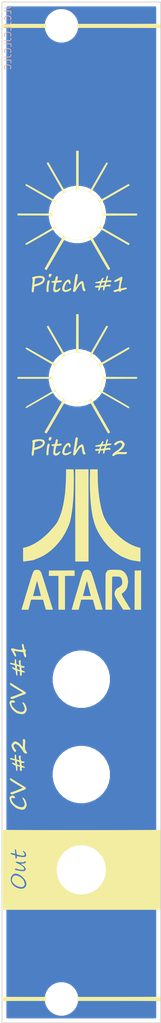
<source format=kicad_pcb>
(kicad_pcb (version 20171130) (host pcbnew "(5.1.9)-1")

  (general
    (thickness 1.6)
    (drawings 0)
    (tracks 0)
    (zones 0)
    (modules 7)
    (nets 1)
  )

  (page A4)
  (layers
    (0 F.Cu signal)
    (31 B.Cu signal)
    (32 B.Adhes user)
    (33 F.Adhes user)
    (34 B.Paste user)
    (35 F.Paste user)
    (36 B.SilkS user)
    (37 F.SilkS user)
    (38 B.Mask user)
    (39 F.Mask user)
    (40 Dwgs.User user)
    (41 Cmts.User user)
    (42 Eco1.User user)
    (43 Eco2.User user)
    (44 Edge.Cuts user)
    (45 Margin user)
    (46 B.CrtYd user)
    (47 F.CrtYd user)
    (48 B.Fab user)
    (49 F.Fab user)
  )

  (setup
    (last_trace_width 0.25)
    (trace_clearance 0.2)
    (zone_clearance 0.508)
    (zone_45_only no)
    (trace_min 0.2)
    (via_size 0.8)
    (via_drill 0.4)
    (via_min_size 0.4)
    (via_min_drill 0.3)
    (uvia_size 0.3)
    (uvia_drill 0.1)
    (uvias_allowed no)
    (uvia_min_size 0.2)
    (uvia_min_drill 0.1)
    (edge_width 0.05)
    (segment_width 0.2)
    (pcb_text_width 0.3)
    (pcb_text_size 1.5 1.5)
    (mod_edge_width 0.12)
    (mod_text_size 1 1)
    (mod_text_width 0.15)
    (pad_size 1.524 1.524)
    (pad_drill 0.762)
    (pad_to_mask_clearance 0)
    (aux_axis_origin 0 0)
    (visible_elements FEFFFF7F)
    (pcbplotparams
      (layerselection 0x010f0_ffffffff)
      (usegerberextensions false)
      (usegerberattributes false)
      (usegerberadvancedattributes true)
      (creategerberjobfile false)
      (excludeedgelayer true)
      (linewidth 0.100000)
      (plotframeref false)
      (viasonmask false)
      (mode 1)
      (useauxorigin false)
      (hpglpennumber 1)
      (hpglpenspeed 20)
      (hpglpendiameter 15.000000)
      (psnegative false)
      (psa4output false)
      (plotreference false)
      (plotvalue false)
      (plotinvisibletext false)
      (padsonsilk false)
      (subtractmaskfromsilk false)
      (outputformat 1)
      (mirror false)
      (drillshape 0)
      (scaleselection 1)
      (outputdirectory "Gerber/"))
  )

  (net 0 "")

  (net_class Default "This is the default net class."
    (clearance 0.2)
    (trace_width 0.25)
    (via_dia 0.8)
    (via_drill 0.4)
    (uvia_dia 0.3)
    (uvia_drill 0.1)
  )

  (module Eurorack_Front:Hole_D6.2mm (layer F.Cu) (tedit 6038E629) (tstamp 605B53DA)
    (at 10 85.25)
    (fp_text reference REF** (at 0 4.6) (layer Dwgs.User) hide
      (effects (font (size 1 1) (thickness 0.15)))
    )
    (fp_text value Hole_D6.2mm (at 0 -4.5) (layer Dwgs.User) hide
      (effects (font (size 1 1) (thickness 0.15)))
    )
    (pad "" np_thru_hole circle (at 0 0) (size 6.2 6.2) (drill 6.2) (layers *.Cu *.Mask))
  )

  (module Eurorack_Front:Hole_D6.2mm (layer F.Cu) (tedit 6038E629) (tstamp 605B53D2)
    (at 10 109.25)
    (fp_text reference REF** (at 0 4.6) (layer Dwgs.User) hide
      (effects (font (size 1 1) (thickness 0.15)))
    )
    (fp_text value Hole_D6.2mm (at 0 -4.5) (layer Dwgs.User) hide
      (effects (font (size 1 1) (thickness 0.15)))
    )
    (pad "" np_thru_hole circle (at 0 0) (size 6.2 6.2) (drill 6.2) (layers *.Cu *.Mask))
  )

  (module Eurorack_Front:Hole_D6.2mm (layer F.Cu) (tedit 6038E629) (tstamp 605B53CA)
    (at 10 97.25)
    (fp_text reference REF** (at 0 4.6) (layer Dwgs.User) hide
      (effects (font (size 1 1) (thickness 0.15)))
    )
    (fp_text value Hole_D6.2mm (at 0 -4.5) (layer Dwgs.User) hide
      (effects (font (size 1 1) (thickness 0.15)))
    )
    (pad "" np_thru_hole circle (at 0 0) (size 6.2 6.2) (drill 6.2) (layers *.Cu *.Mask))
  )

  (module Eurorack_Front:Hole_D6.2mm (layer F.Cu) (tedit 6038E629) (tstamp 605B537B)
    (at 9.5 47.31)
    (fp_text reference REF** (at 0 4.6) (layer Dwgs.User) hide
      (effects (font (size 1 1) (thickness 0.15)))
    )
    (fp_text value Hole_D6.2mm (at 0 -4.5) (layer Dwgs.User) hide
      (effects (font (size 1 1) (thickness 0.15)))
    )
    (pad "" np_thru_hole circle (at 0 0) (size 6.2 6.2) (drill 6.2) (layers *.Cu *.Mask))
  )

  (module Eurorack_Front:Hole_D6.2mm (layer F.Cu) (tedit 6038E629) (tstamp 605B531E)
    (at 9.5 26.75)
    (fp_text reference REF** (at 0 4.6) (layer Dwgs.User) hide
      (effects (font (size 1 1) (thickness 0.15)))
    )
    (fp_text value Hole_D6.2mm (at 0 -4.5) (layer Dwgs.User) hide
      (effects (font (size 1 1) (thickness 0.15)))
    )
    (pad "" np_thru_hole circle (at 0 0) (size 6.2 6.2) (drill 6.2) (layers *.Cu *.Mask))
  )

  (module Front:Front (layer F.Cu) (tedit 0) (tstamp 605B51D2)
    (at 10 64.25)
    (fp_text reference G*** (at 0 0) (layer F.SilkS) hide
      (effects (font (size 1.524 1.524) (thickness 0.3)))
    )
    (fp_text value LOGO (at 0.75 0) (layer F.SilkS) hide
      (effects (font (size 1.524 1.524) (thickness 0.3)))
    )
    (fp_poly (pts (xy 10.038512 60.982153) (xy 10.044424 61.053599) (xy 10.046904 61.172161) (xy 10.047112 61.236577)
      (xy 10.046329 61.382289) (xy 10.043328 61.47824) (xy 10.037128 61.531101) (xy 10.026748 61.54754)
      (xy 10.011206 61.534228) (xy 10.004778 61.524444) (xy 9.974074 61.520514) (xy 9.887137 61.516874)
      (xy 9.744182 61.513526) (xy 9.54542 61.510469) (xy 9.291064 61.507706) (xy 8.981325 61.505238)
      (xy 8.616417 61.503065) (xy 8.19655 61.50119) (xy 7.721939 61.499612) (xy 7.192794 61.498333)
      (xy 6.609329 61.497355) (xy 5.971755 61.496678) (xy 5.280285 61.496303) (xy 4.739668 61.496222)
      (xy -0.508 61.496222) (xy -0.508 60.988222) (xy 4.735689 60.988222) (xy 5.406689 60.988142)
      (xy 6.023136 60.987896) (xy 6.586923 60.98747) (xy 7.099943 60.986853) (xy 7.564087 60.986032)
      (xy 7.981248 60.984996) (xy 8.353318 60.983731) (xy 8.682188 60.982227) (xy 8.969752 60.980471)
      (xy 9.2179 60.978451) (xy 9.428527 60.976154) (xy 9.603522 60.973569) (xy 9.74478 60.970683)
      (xy 9.854191 60.967484) (xy 9.933649 60.96396) (xy 9.985045 60.9601) (xy 10.010271 60.95589)
      (xy 10.013245 60.954355) (xy 10.028382 60.951259) (xy 10.038512 60.982153)) (layer F.SilkS) (width 0.01))
    (fp_poly (pts (xy -9.985022 60.954355) (xy -9.965998 60.96028) (xy -9.919753 60.965536) (xy -9.843721 60.970154)
      (xy -9.735333 60.974167) (xy -9.592022 60.977604) (xy -9.41122 60.980498) (xy -9.190361 60.98288)
      (xy -8.926877 60.984781) (xy -8.618201 60.986232) (xy -8.261764 60.987264) (xy -7.855 60.987909)
      (xy -7.395341 60.988199) (xy -7.205133 60.988222) (xy -4.459111 60.988222) (xy -4.459111 61.496222)
      (xy -7.194358 61.496222) (xy -7.583148 61.496395) (xy -7.956351 61.496899) (xy -8.310046 61.49771)
      (xy -8.640311 61.498802) (xy -8.943224 61.500153) (xy -9.214862 61.501738) (xy -9.451305 61.503533)
      (xy -9.648629 61.505513) (xy -9.802913 61.507654) (xy -9.910236 61.509933) (xy -9.966674 61.512325)
      (xy -9.974247 61.513352) (xy -9.994039 61.514667) (xy -10.007025 61.494546) (xy -10.014578 61.444127)
      (xy -10.018074 61.354544) (xy -10.018888 61.225486) (xy -10.017551 61.088569) (xy -10.012987 61.001409)
      (xy -10.004366 60.957367) (xy -9.99086 60.949808) (xy -9.985022 60.954355)) (layer F.SilkS) (width 0.01))
    (fp_poly (pts (xy -9.985022 39.957022) (xy -9.953986 39.960175) (xy -9.868964 39.963187) (xy -9.732412 39.96606)
      (xy -9.546789 39.968792) (xy -9.314552 39.971383) (xy -9.038158 39.973835) (xy -8.720065 39.976146)
      (xy -8.362731 39.978316) (xy -7.968612 39.980346) (xy -7.540168 39.982236) (xy -7.079855 39.983986)
      (xy -6.59013 39.985595) (xy -6.073452 39.987064) (xy -5.532277 39.988393) (xy -4.969064 39.989581)
      (xy -4.38627 39.990629) (xy -3.786352 39.991537) (xy -3.171768 39.992304) (xy -2.544976 39.992931)
      (xy -1.908433 39.993418) (xy -1.264596 39.993764) (xy -0.615924 39.99397) (xy 0.035127 39.994036)
      (xy 0.686098 39.993961) (xy 1.334532 39.993746) (xy 1.977972 39.993391) (xy 2.613961 39.992895)
      (xy 3.240039 39.992259) (xy 3.853751 39.991483) (xy 4.452638 39.990566) (xy 5.034243 39.989509)
      (xy 5.596109 39.988312) (xy 6.135777 39.986974) (xy 6.65079 39.985496) (xy 7.138691 39.983877)
      (xy 7.597023 39.982119) (xy 8.023327 39.98022) (xy 8.415146 39.97818) (xy 8.770022 39.976001)
      (xy 9.085499 39.973681) (xy 9.359118 39.97122) (xy 9.588422 39.96862) (xy 9.770953 39.965879)
      (xy 9.904254 39.962997) (xy 9.985867 39.959975) (xy 10.013245 39.957022) (xy 10.017628 39.964223)
      (xy 10.021646 39.996259) (xy 10.025314 40.05507) (xy 10.028643 40.142596) (xy 10.031647 40.260776)
      (xy 10.034339 40.411552) (xy 10.036732 40.596863) (xy 10.038839 40.818649) (xy 10.040674 41.07885)
      (xy 10.042249 41.379407) (xy 10.043578 41.722259) (xy 10.044673 42.109346) (xy 10.045547 42.542608)
      (xy 10.046215 43.023986) (xy 10.046688 43.555419) (xy 10.046981 44.138848) (xy 10.047105 44.776213)
      (xy 10.047112 44.973522) (xy 10.047112 50.023888) (xy -10.018888 50.023888) (xy -10.018888 46.250604)
      (xy -8.904946 46.250604) (xy -8.870938 46.456474) (xy -8.789275 46.660103) (xy -8.678678 46.830147)
      (xy -8.522941 46.993887) (xy -8.336017 47.13362) (xy -8.128413 47.245409) (xy -7.910637 47.325318)
      (xy -7.693195 47.369409) (xy -7.486596 47.373747) (xy -7.317597 47.34007) (xy -7.156663 47.258681)
      (xy -7.031744 47.136543) (xy -6.956385 46.999155) (xy -6.924968 46.847559) (xy -6.932079 46.674343)
      (xy -6.974867 46.496273) (xy -7.050477 46.330114) (xy -7.07745 46.287555) (xy -7.271277 46.03635)
      (xy -7.479968 45.826985) (xy -7.698995 45.662479) (xy -7.923831 45.54585) (xy -8.149948 45.480118)
      (xy -8.309724 45.466) (xy -8.418247 45.474055) (xy -8.504502 45.505227) (xy -8.576185 45.551469)
      (xy -8.726918 45.692926) (xy -8.832347 45.861493) (xy -8.891886 46.049831) (xy -8.904946 46.250604)
      (xy -10.018888 46.250604) (xy -10.018888 45.20432) (xy -3.073375 45.20432) (xy -3.019874 45.585488)
      (xy -2.920527 45.929228) (xy -2.810072 46.216257) (xy -2.70296 46.457649) (xy -2.593109 46.66342)
      (xy -2.474433 46.843584) (xy -2.340849 47.008156) (xy -2.186274 47.167151) (xy -2.144888 47.206045)
      (xy -1.880199 47.422631) (xy -1.582916 47.616246) (xy -1.265291 47.781067) (xy -0.939579 47.911272)
      (xy -0.618032 48.00104) (xy -0.395111 48.037459) (xy -0.188513 48.05077) (xy 0.041541 48.050411)
      (xy 0.277258 48.037561) (xy 0.500846 48.013396) (xy 0.694511 47.979096) (xy 0.767905 47.960453)
      (xy 1.185769 47.814313) (xy 1.565956 47.627533) (xy 1.907379 47.40098) (xy 2.20895 47.135525)
      (xy 2.469581 46.832033) (xy 2.688184 46.491373) (xy 2.744826 46.383222) (xy 2.907023 45.996835)
      (xy 3.013938 45.599754) (xy 3.065377 45.19359) (xy 3.061148 44.779953) (xy 3.001056 44.360454)
      (xy 2.993018 44.323) (xy 2.88596 43.936731) (xy 2.742264 43.589124) (xy 2.558424 43.273145)
      (xy 2.330934 42.98176) (xy 2.316665 42.965842) (xy 2.092088 42.744216) (xy 1.83567 42.537808)
      (xy 1.55829 42.352927) (xy 1.270827 42.195879) (xy 0.984158 42.072973) (xy 0.709162 41.990516)
      (xy 0.597759 41.969152) (xy 0.454639 41.95366) (xy 0.272201 41.943764) (xy 0.067298 41.939482)
      (xy -0.143219 41.940828) (xy -0.342499 41.947821) (xy -0.513691 41.960477) (xy -0.576832 41.96799)
      (xy -0.819846 42.016817) (xy -1.062909 42.097394) (xy -1.313613 42.213311) (xy -1.579551 42.368159)
      (xy -1.868315 42.56553) (xy -1.919248 42.60285) (xy -2.156704 42.808461) (xy -2.379365 43.05956)
      (xy -2.580946 43.345833) (xy -2.755159 43.65697) (xy -2.895717 43.982657) (xy -2.996335 44.312583)
      (xy -3.015994 44.401825) (xy -3.072079 44.809809) (xy -3.073375 45.20432) (xy -10.018888 45.20432)
      (xy -10.018888 44.973522) (xy -10.018881 44.907435) (xy -8.363859 44.907435) (xy -8.359489 44.946352)
      (xy -8.338063 44.979947) (xy -8.285261 45.026253) (xy -8.203377 45.042347) (xy -8.184681 45.042666)
      (xy -8.08887 45.050899) (xy -8.002191 45.070956) (xy -7.995781 45.073305) (xy -7.925387 45.092413)
      (xy -7.817292 45.112835) (xy -7.688216 45.1324) (xy -7.554879 45.148937) (xy -7.434001 45.160276)
      (xy -7.342301 45.164246) (xy -7.309555 45.162389) (xy -7.225771 45.148662) (xy -7.175553 45.139207)
      (xy -7.121667 45.108596) (xy -7.061516 45.047003) (xy -7.040929 45.018727) (xy -6.998322 44.948746)
      (xy -6.985278 44.899303) (xy -6.998067 44.845355) (xy -7.010535 44.814641) (xy -7.080649 44.696696)
      (xy -7.196286 44.570118) (xy -7.360955 44.431275) (xy -7.43101 44.378972) (xy -7.515193 44.315319)
      (xy -7.574956 44.265363) (xy -7.601198 44.236929) (xy -7.600343 44.233352) (xy -7.563782 44.2276)
      (xy -7.485235 44.217293) (xy -7.378797 44.204248) (xy -7.32644 44.198071) (xy -7.169831 44.173903)
      (xy -7.06335 44.141928) (xy -7.000846 44.098666) (xy -6.976169 44.040636) (xy -6.976608 44.000158)
      (xy -7.002345 43.937752) (xy -7.056803 43.921754) (xy -7.135812 43.9527) (xy -7.169348 43.975352)
      (xy -7.273971 44.023456) (xy -7.420738 44.048744) (xy -7.600016 44.050871) (xy -7.802172 44.029495)
      (xy -7.941092 44.002876) (xy -8.082726 43.973756) (xy -8.178395 43.961993) (xy -8.236013 43.968133)
      (xy -8.263498 43.992722) (xy -8.269111 44.025474) (xy -8.251342 44.055439) (xy -8.195103 44.097002)
      (xy -8.095994 44.152843) (xy -7.949613 44.225646) (xy -7.908781 44.245079) (xy -7.674516 44.36459)
      (xy -7.492383 44.477683) (xy -7.358834 44.587194) (xy -7.270322 44.695956) (xy -7.228181 44.788805)
      (xy -7.208793 44.874088) (xy -7.216132 44.93096) (xy -7.257379 44.964929) (xy -7.339718 44.981505)
      (xy -7.470331 44.986194) (xy -7.485571 44.986222) (xy -7.624445 44.98064) (xy -7.756484 44.961178)
      (xy -7.904866 44.923761) (xy -7.99201 44.897178) (xy -8.117732 44.857816) (xy -8.201199 44.834476)
      (xy -8.253914 44.825975) (xy -8.287379 44.831131) (xy -8.313098 44.84876) (xy -8.327447 44.862681)
      (xy -8.363859 44.907435) (xy -10.018881 44.907435) (xy -10.018811 44.319981) (xy -10.018569 43.720945)
      (xy -10.01815 43.174473) (xy -10.017848 42.928016) (xy -8.914172 42.928016) (xy -8.912879 42.961764)
      (xy -8.90278 42.989373) (xy -8.876126 43.014324) (xy -8.825283 43.039706) (xy -8.742615 43.068608)
      (xy -8.620485 43.104118) (xy -8.45126 43.149325) (xy -8.4455 43.150831) (xy -8.325555 43.182175)
      (xy -8.325555 43.338165) (xy -8.317239 43.459998) (xy -8.294359 43.549875) (xy -8.26002 43.597955)
      (xy -8.241911 43.603333) (xy -8.203706 43.585362) (xy -8.172349 43.558984) (xy -8.140815 43.495447)
      (xy -8.128064 43.395938) (xy -8.128 43.387748) (xy -8.124828 43.31008) (xy -8.111723 43.27653)
      (xy -8.083304 43.274954) (xy -8.078611 43.276337) (xy -8.032482 43.287012) (xy -7.94355 43.304594)
      (xy -7.824674 43.326629) (xy -7.690555 43.350348) (xy -7.473431 43.382709) (xy -7.303353 43.395564)
      (xy -7.174221 43.388412) (xy -7.079932 43.360752) (xy -7.014384 43.312084) (xy -6.999633 43.293622)
      (xy -6.950225 43.177051) (xy -6.952757 43.04056) (xy -6.98643 42.932149) (xy -7.053052 42.817402)
      (xy -7.148929 42.705374) (xy -7.25409 42.618285) (xy -7.28481 42.600162) (xy -7.351546 42.574759)
      (xy -7.379373 42.587587) (xy -7.368762 42.636441) (xy -7.320186 42.719113) (xy -7.235269 42.831971)
      (xy -7.16335 42.946972) (xy -7.14234 43.047525) (xy -7.171524 43.129398) (xy -7.250187 43.188359)
      (xy -7.298386 43.205433) (xy -7.352404 43.215) (xy -7.418907 43.214359) (xy -7.508954 43.202125)
      (xy -7.633605 43.176911) (xy -7.762002 43.147334) (xy -8.124562 43.061332) (xy -8.154503 42.921721)
      (xy -8.172128 42.829183) (xy -8.182889 42.752731) (xy -8.184444 42.728444) (xy -8.190217 42.670228)
      (xy -8.204904 42.582409) (xy -8.215005 42.532278) (xy -8.239035 42.443834) (xy -8.266462 42.400219)
      (xy -8.299134 42.389777) (xy -8.345764 42.410274) (xy -8.37066 42.473879) (xy -8.374334 42.583767)
      (xy -8.357293 42.743111) (xy -8.35661 42.747728) (xy -8.342674 42.850918) (xy -8.334655 42.929974)
      (xy -8.333934 42.970602) (xy -8.334841 42.972915) (xy -8.364623 42.970184) (xy -8.435499 42.954186)
      (xy -8.53453 42.927978) (xy -8.581528 42.914626) (xy -8.729206 42.877777) (xy -8.83099 42.867316)
      (xy -8.891204 42.883857) (xy -8.914172 42.928016) (xy -10.017848 42.928016) (xy -10.017541 42.678626)
      (xy -10.016728 42.231462) (xy -10.015699 41.831042) (xy -10.01444 41.475426) (xy -10.012939 41.162674)
      (xy -10.011182 40.890846) (xy -10.009156 40.658002) (xy -10.006848 40.462201) (xy -10.004245 40.301504)
      (xy -10.001334 40.173971) (xy -9.998101 40.077662) (xy -9.994534 40.010636) (xy -9.99062 39.970953)
      (xy -9.986345 39.956674) (xy -9.985022 39.957022)) (layer F.SilkS) (width 0.01))
    (fp_poly (pts (xy -8.523629 35.673302) (xy -8.432479 35.744188) (xy -8.399875 35.791702) (xy -8.363833 35.859414)
      (xy -8.356133 35.899336) (xy -8.375114 35.931491) (xy -8.387248 35.944109) (xy -8.419987 35.96957)
      (xy -8.461257 35.978236) (xy -8.527882 35.971036) (xy -8.603331 35.956054) (xy -8.697623 35.939988)
      (xy -8.771059 35.934639) (xy -8.802694 35.939369) (xy -8.829537 35.986911) (xy -8.828169 36.070132)
      (xy -8.801962 36.17793) (xy -8.754289 36.299202) (xy -8.688525 36.422848) (xy -8.62905 36.51087)
      (xy -8.461762 36.694791) (xy -8.259076 36.855686) (xy -8.035601 36.984249) (xy -7.805948 37.071175)
      (xy -7.716596 37.092021) (xy -7.541045 37.113933) (xy -7.405045 37.102656) (xy -7.300175 37.054742)
      (xy -7.218014 36.966744) (xy -7.163101 36.865447) (xy -7.13654 36.802528) (xy -7.12474 36.752813)
      (xy -7.12811 36.698204) (xy -7.147057 36.6206) (xy -7.170404 36.540891) (xy -7.215162 36.406026)
      (xy -7.2661 36.27714) (xy -7.317457 36.166789) (xy -7.363472 36.087527) (xy -7.393685 36.05422)
      (xy -7.414991 36.01839) (xy -7.421796 35.963359) (xy -7.41379 35.91506) (xy -7.39555 35.898666)
      (xy -7.310362 35.925041) (xy -7.220222 35.998807) (xy -7.130823 36.111921) (xy -7.047862 36.256342)
      (xy -6.977033 36.42403) (xy -6.940236 36.541553) (xy -6.908894 36.665981) (xy -6.89401 36.755621)
      (xy -6.89393 36.829146) (xy -6.906999 36.905227) (xy -6.907738 36.908441) (xy -6.960137 37.068593)
      (xy -7.035026 37.208448) (xy -7.124087 37.314728) (xy -7.192538 37.363117) (xy -7.288051 37.404129)
      (xy -7.379975 37.425228) (xy -7.481605 37.426256) (xy -7.606233 37.407057) (xy -7.767154 37.367472)
      (xy -7.809464 37.355812) (xy -7.95313 37.313993) (xy -8.060376 37.276271) (xy -8.149646 37.233487)
      (xy -8.239385 37.176485) (xy -8.34804 37.096106) (xy -8.376241 37.074432) (xy -8.539613 36.937043)
      (xy -8.691791 36.787886) (xy -8.819484 36.640861) (xy -8.898931 36.527804) (xy -8.923931 36.469899)
      (xy -8.955782 36.373944) (xy -8.9898 36.257145) (xy -9.021303 36.136707) (xy -9.045608 36.029832)
      (xy -9.058031 35.953727) (xy -9.058741 35.940711) (xy -9.032681 35.841438) (xy -8.958349 35.755341)
      (xy -8.843676 35.69037) (xy -8.791775 35.673043) (xy -8.642541 35.649846) (xy -8.523629 35.673302)) (layer F.SilkS) (width 0.01))
    (fp_poly (pts (xy -8.864197 33.486388) (xy -8.792121 33.526577) (xy -8.695552 33.585662) (xy -8.60473 33.64442)
      (xy -8.491699 33.717816) (xy -8.34463 33.811166) (xy -8.173453 33.918367) (xy -7.9881 34.033317)
      (xy -7.798502 34.149914) (xy -7.614593 34.262057) (xy -7.446302 34.363643) (xy -7.303561 34.44857)
      (xy -7.196303 34.510736) (xy -7.177992 34.521009) (xy -7.068143 34.59728) (xy -7.002876 34.67618)
      (xy -6.985018 34.751619) (xy -7.017399 34.817508) (xy -7.033637 34.831745) (xy -7.091027 34.864872)
      (xy -7.18357 34.90713) (xy -7.292749 34.950165) (xy -7.309555 34.95622) (xy -7.437864 35.00383)
      (xy -7.570027 35.056052) (xy -7.676444 35.101148) (xy -7.781192 35.145396) (xy -7.912767 35.197143)
      (xy -8.044485 35.245929) (xy -8.057444 35.250526) (xy -8.201909 35.302457) (xy -8.363934 35.36211)
      (xy -8.508531 35.416604) (xy -8.509 35.416784) (xy -8.612711 35.455551) (xy -8.694895 35.484402)
      (xy -8.742534 35.498841) (xy -8.748888 35.499609) (xy -8.784982 35.491731) (xy -8.822633 35.484144)
      (xy -8.880733 35.448134) (xy -8.922301 35.381484) (xy -8.933099 35.309928) (xy -8.928674 35.292529)
      (xy -8.893039 35.259892) (xy -8.823446 35.229283) (xy -8.795376 35.221267) (xy -8.696788 35.192961)
      (xy -8.567795 35.150086) (xy -8.416615 35.095963) (xy -8.251468 35.033919) (xy -8.080575 34.967275)
      (xy -7.912156 34.899355) (xy -7.754431 34.833484) (xy -7.615619 34.772985) (xy -7.503942 34.721182)
      (xy -7.427619 34.681397) (xy -7.394869 34.656956) (xy -7.394222 34.654732) (xy -7.417442 34.629391)
      (xy -7.450647 34.614561) (xy -7.490742 34.595194) (xy -7.571007 34.551259) (xy -7.683385 34.487516)
      (xy -7.819817 34.408722) (xy -7.972246 34.319636) (xy -8.132612 34.225016) (xy -8.292859 34.12962)
      (xy -8.444927 34.038207) (xy -8.580759 33.955534) (xy -8.692296 33.886359) (xy -8.771481 33.835442)
      (xy -8.781329 33.828819) (xy -8.869809 33.7592) (xy -8.948217 33.681735) (xy -8.977646 33.644763)
      (xy -9.017456 33.58321) (xy -9.026234 33.548911) (xy -9.005599 33.523078) (xy -8.989201 33.510708)
      (xy -8.932691 33.479529) (xy -8.900716 33.471555) (xy -8.864197 33.486388)) (layer F.SilkS) (width 0.01))
    (fp_poly (pts (xy -8.270189 30.500693) (xy -8.234163 30.540863) (xy -8.216004 30.62648) (xy -8.212356 30.718477)
      (xy -8.209179 30.832277) (xy -8.201358 30.940868) (xy -8.194664 30.994367) (xy -8.180055 31.055781)
      (xy -8.151923 31.09586) (xy -8.095793 31.128308) (xy -8.022442 31.157446) (xy -7.909028 31.191218)
      (xy -7.838624 31.190419) (xy -7.808948 31.154167) (xy -7.817721 31.081583) (xy -7.818614 31.07864)
      (xy -7.856504 30.949564) (xy -7.876549 30.859555) (xy -7.879911 30.794531) (xy -7.86775 30.740408)
      (xy -7.849835 30.699883) (xy -7.794662 30.625121) (xy -7.733308 30.596425) (xy -7.676479 30.615793)
      (xy -7.643965 30.661517) (xy -7.625565 30.743236) (xy -7.641556 30.801195) (xy -7.656749 30.865749)
      (xy -7.654707 30.962861) (xy -7.641213 31.068403) (xy -7.622926 31.174206) (xy -7.603705 31.238947)
      (xy -7.576023 31.277624) (xy -7.532354 31.305234) (xy -7.51914 31.311652) (xy -7.427955 31.34071)
      (xy -7.325281 31.354672) (xy -7.313338 31.354888) (xy -7.228851 31.363277) (xy -7.180666 31.393394)
      (xy -7.166822 31.414363) (xy -7.150262 31.472255) (xy -7.176656 31.510067) (xy -7.249889 31.529961)
      (xy -7.373846 31.534098) (xy -7.3817 31.533924) (xy -7.482585 31.533875) (xy -7.540993 31.546768)
      (xy -7.563925 31.583114) (xy -7.558379 31.653425) (xy -7.533103 31.761273) (xy -7.511645 31.831772)
      (xy -7.48148 31.874493) (xy -7.426405 31.904419) (xy -7.350416 31.930196) (xy -7.237455 31.979148)
      (xy -7.155128 32.041383) (xy -7.114441 32.107813) (xy -7.112 32.127099) (xy -7.136933 32.137836)
      (xy -7.200869 32.138578) (xy -7.287511 32.130649) (xy -7.380564 32.115369) (xy -7.443611 32.100208)
      (xy -7.477971 32.093698) (xy -7.497025 32.106692) (xy -7.505324 32.1507) (xy -7.507419 32.237233)
      (xy -7.507496 32.261763) (xy -7.510334 32.367299) (xy -7.517304 32.457964) (xy -7.524899 32.504944)
      (xy -7.558208 32.557568) (xy -7.609907 32.563604) (xy -7.669139 32.524742) (xy -7.706216 32.476722)
      (xy -7.747903 32.375472) (xy -7.746409 32.300333) (xy -7.725894 32.179927) (xy -7.724645 32.100557)
      (xy -7.745753 32.049182) (xy -7.792306 32.012764) (xy -7.817555 32.000019) (xy -7.904088 31.964176)
      (xy -7.983248 31.938594) (xy -7.989692 31.937048) (xy -8.06305 31.920392) (xy -8.060247 32.223251)
      (xy -8.059664 32.357252) (xy -8.062108 32.445012) (xy -8.069408 32.496721) (xy -8.083395 32.52257)
      (xy -8.105899 32.53275) (xy -8.116154 32.534501) (xy -8.152286 32.531395) (xy -8.177063 32.501251)
      (xy -8.198331 32.431879) (xy -8.206975 32.39339) (xy -8.228485 32.277389) (xy -8.248581 32.143221)
      (xy -8.257707 32.067828) (xy -8.276327 31.891768) (xy -8.505552 31.753624) (xy -8.632056 31.671908)
      (xy -8.707847 31.609527) (xy -8.734685 31.565019) (xy -8.734777 31.562796) (xy -8.712811 31.517157)
      (xy -8.652578 31.503003) (xy -8.562579 31.520213) (xy -8.454881 31.56676) (xy -8.317123 31.640006)
      (xy -8.331449 31.486592) (xy -8.127567 31.486592) (xy -8.124471 31.588794) (xy -8.116781 31.669954)
      (xy -8.106401 31.71186) (xy -8.071869 31.734745) (xy -8.002333 31.765529) (xy -7.917168 31.796989)
      (xy -7.83575 31.821901) (xy -7.782277 31.8327) (xy -7.769218 31.808895) (xy -7.761772 31.746837)
      (xy -7.761111 31.717996) (xy -7.769341 31.611743) (xy -7.789442 31.50725) (xy -7.792283 31.497283)
      (xy -7.82206 31.426146) (xy -7.869695 31.384884) (xy -7.940449 31.358659) (xy -8.021382 31.33369)
      (xy -8.08166 31.313255) (xy -8.092722 31.30891) (xy -8.112323 31.315844) (xy -8.123429 31.36248)
      (xy -8.127483 31.45618) (xy -8.127567 31.486592) (xy -8.331449 31.486592) (xy -8.334496 31.453963)
      (xy -8.345364 31.355572) (xy -8.356803 31.280124) (xy -8.365834 31.245323) (xy -8.398191 31.228937)
      (xy -8.471583 31.205629) (xy -8.571747 31.179789) (xy -8.599622 31.173375) (xy -8.745497 31.139986)
      (xy -8.845649 31.114225) (xy -8.909555 31.091933) (xy -8.946691 31.068948) (xy -8.966534 31.041107)
      (xy -8.977742 31.007327) (xy -8.986838 30.957502) (xy -8.96867 30.936492) (xy -8.90983 30.932189)
      (xy -8.894614 30.932249) (xy -8.810176 30.941868) (xy -8.701443 30.965931) (xy -8.624563 30.988693)
      (xy -8.507213 31.026847) (xy -8.434393 31.041668) (xy -8.396837 31.026912) (xy -8.385282 30.976332)
      (xy -8.390459 30.883682) (xy -8.395088 30.834008) (xy -8.404427 30.690903) (xy -8.399551 30.594124)
      (xy -8.378677 30.534939) (xy -8.340024 30.504615) (xy -8.327 30.500422) (xy -8.270189 30.500693)) (layer F.SilkS) (width 0.01))
    (fp_poly (pts (xy -7.175443 28.550696) (xy -7.136421 28.572151) (xy -7.108502 28.625692) (xy -7.092495 28.671115)
      (xy -7.065253 28.804233) (xy -7.066661 28.911004) (xy -7.099933 29.224834) (xy -7.107149 29.501938)
      (xy -7.099186 29.643284) (xy -7.088167 29.738607) (xy -7.071626 29.818624) (xy -7.044194 29.896082)
      (xy -7.000505 29.983729) (xy -6.935189 30.094312) (xy -6.856894 30.218626) (xy -6.832449 30.269825)
      (xy -6.847238 30.309174) (xy -6.872576 30.335586) (xy -6.913528 30.368054) (xy -6.955499 30.374233)
      (xy -7.021593 30.35604) (xy -7.040191 30.349484) (xy -7.157011 30.292777) (xy -7.251176 30.209009)
      (xy -7.335104 30.08594) (xy -7.365819 30.028444) (xy -7.426655 29.924571) (xy -7.511724 29.800216)
      (xy -7.611427 29.667376) (xy -7.716164 29.53805) (xy -7.816337 29.424235) (xy -7.902346 29.337928)
      (xy -7.94773 29.301151) (xy -8.034879 29.247792) (xy -8.133793 29.195792) (xy -8.227083 29.153415)
      (xy -8.297358 29.128927) (xy -8.316334 29.125953) (xy -8.371471 29.147046) (xy -8.43719 29.200756)
      (xy -8.496874 29.270244) (xy -8.533906 29.338666) (xy -8.536855 29.349441) (xy -8.532577 29.439099)
      (xy -8.491183 29.555314) (xy -8.417765 29.687163) (xy -8.317414 29.823725) (xy -8.313675 29.828219)
      (xy -8.256953 29.907625) (xy -8.220307 29.981034) (xy -8.212666 30.015403) (xy -8.235481 30.078452)
      (xy -8.289418 30.136356) (xy -8.352714 30.167527) (xy -8.367113 30.168625) (xy -8.395251 30.146748)
      (xy -8.447007 30.08875) (xy -8.51368 30.004784) (xy -8.554512 29.949903) (xy -8.670359 29.765527)
      (xy -8.749679 29.584621) (xy -8.78978 29.41603) (xy -8.787973 29.268598) (xy -8.776155 29.221216)
      (xy -8.724359 29.122729) (xy -8.638965 29.016904) (xy -8.536943 28.921482) (xy -8.435261 28.854201)
      (xy -8.417256 28.846012) (xy -8.361115 28.827307) (xy -8.30779 28.825435) (xy -8.238156 28.842351)
      (xy -8.151135 28.873235) (xy -7.966206 28.968147) (xy -7.780556 29.115461) (xy -7.592085 29.316901)
      (xy -7.554124 29.363513) (xy -7.486029 29.446092) (xy -7.42955 29.509509) (xy -7.395121 29.542162)
      (xy -7.391847 29.543962) (xy -7.382988 29.534484) (xy -7.375606 29.495979) (xy -7.369494 29.423897)
      (xy -7.364443 29.313685) (xy -7.360247 29.160793) (xy -7.356699 28.96067) (xy -7.353592 28.708763)
      (xy -7.35352 28.702) (xy -7.351888 28.546777) (xy -7.243207 28.546777) (xy -7.175443 28.550696)) (layer F.SilkS) (width 0.01))
    (fp_poly (pts (xy -8.709177 23.653442) (xy -8.670244 23.655842) (xy -8.56471 23.665809) (xy -8.496948 23.68358)
      (xy -8.448295 23.715918) (xy -8.419006 23.74687) (xy -8.375553 23.815469) (xy -8.358777 23.879308)
      (xy -8.359309 23.886401) (xy -8.36805 23.916518) (xy -8.391621 23.934479) (xy -8.441975 23.943386)
      (xy -8.531063 23.946341) (xy -8.591142 23.946555) (xy -8.714581 23.949703) (xy -8.789653 23.959987)
      (xy -8.824128 23.978667) (xy -8.82734 23.984874) (xy -8.827093 24.030698) (xy -8.81355 24.111894)
      (xy -8.792895 24.198272) (xy -8.767453 24.280296) (xy -8.735401 24.350451) (xy -8.688261 24.421508)
      (xy -8.617555 24.506239) (xy -8.514806 24.617414) (xy -8.514362 24.617883) (xy -8.317531 24.805615)
      (xy -8.125346 24.944511) (xy -7.928209 25.040349) (xy -7.71652 25.098909) (xy -7.715002 25.099194)
      (xy -7.539495 25.120569) (xy -7.403332 25.108263) (xy -7.298197 25.05884) (xy -7.215774 24.968861)
      (xy -7.163101 24.871002) (xy -7.13654 24.808083) (xy -7.12474 24.758369) (xy -7.12811 24.703759)
      (xy -7.147057 24.626155) (xy -7.170404 24.546447) (xy -7.215162 24.411582) (xy -7.2661 24.282696)
      (xy -7.317457 24.172344) (xy -7.363472 24.093083) (xy -7.393685 24.059776) (xy -7.415552 24.023343)
      (xy -7.421663 23.968148) (xy -7.412162 23.920104) (xy -7.39282 23.904222) (xy -7.315933 23.927263)
      (xy -7.226909 23.989027) (xy -7.140248 24.078473) (xy -7.108951 24.120319) (xy -7.05887 24.20967)
      (xy -7.00496 24.332202) (xy -6.956484 24.466189) (xy -6.943514 24.508338) (xy -6.908666 24.631646)
      (xy -6.889319 24.718031) (xy -6.883939 24.784384) (xy -6.890996 24.847595) (xy -6.906616 24.915368)
      (xy -6.975919 25.101443) (xy -7.077559 25.243798) (xy -7.20747 25.338881) (xy -7.310623 25.377923)
      (xy -7.426584 25.394766) (xy -7.566123 25.389314) (xy -7.740011 25.361476) (xy -7.868808 25.333167)
      (xy -7.9898 25.302765) (xy -8.082041 25.272349) (xy -8.162816 25.233289) (xy -8.249413 25.176957)
      (xy -8.359117 25.094723) (xy -8.382087 25.076942) (xy -8.597984 24.889432) (xy -8.765472 24.696493)
      (xy -8.892358 24.487612) (xy -8.980283 24.271298) (xy -9.027803 24.117207) (xy -9.052563 24.003073)
      (xy -9.054012 23.916964) (xy -9.0316 23.846944) (xy -8.984777 23.781082) (xy -8.956269 23.750314)
      (xy -8.898177 23.693293) (xy -8.851076 23.662582) (xy -8.794798 23.651518) (xy -8.709177 23.653442)) (layer F.SilkS) (width 0.01))
    (fp_poly (pts (xy -8.864197 21.491943) (xy -8.792121 21.532133) (xy -8.695552 21.591218) (xy -8.60473 21.649975)
      (xy -8.491699 21.723372) (xy -8.34463 21.816722) (xy -8.173453 21.923923) (xy -7.9881 22.038873)
      (xy -7.798502 22.15547) (xy -7.614593 22.267612) (xy -7.446302 22.369198) (xy -7.303561 22.454125)
      (xy -7.196303 22.516292) (xy -7.177992 22.526565) (xy -7.067895 22.60303) (xy -7.002675 22.682115)
      (xy -6.985111 22.757823) (xy -7.017985 22.824155) (xy -7.033637 22.837972) (xy -7.10384 22.878199)
      (xy -7.194136 22.913107) (xy -7.210777 22.917858) (xy -7.293109 22.943442) (xy -7.411589 22.984879)
      (xy -7.550326 23.036166) (xy -7.693428 23.091298) (xy -7.825002 23.144275) (xy -7.929155 23.189094)
      (xy -7.930444 23.18968) (xy -8.058469 23.24552) (xy -8.21556 23.310367) (xy -8.377558 23.374441)
      (xy -8.509 23.423879) (xy -8.597881 23.456498) (xy -8.66931 23.483346) (xy -8.693985 23.493005)
      (xy -8.744799 23.489606) (xy -8.815621 23.457543) (xy -8.832921 23.446514) (xy -8.906067 23.388468)
      (xy -8.936751 23.33853) (xy -8.92223 23.293037) (xy -8.859761 23.248328) (xy -8.746601 23.200739)
      (xy -8.616785 23.157839) (xy -8.451995 23.104391) (xy -8.275967 23.043029) (xy -8.096627 22.976978)
      (xy -7.9219 22.909463) (xy -7.759711 22.843711) (xy -7.617985 22.782945) (xy -7.504647 22.730392)
      (xy -7.427622 22.689276) (xy -7.394835 22.662824) (xy -7.394222 22.660287) (xy -7.41768 22.635783)
      (xy -7.457722 22.618376) (xy -7.501002 22.59804) (xy -7.584185 22.553006) (xy -7.699076 22.488118)
      (xy -7.837481 22.40822) (xy -7.991204 22.318155) (xy -8.152052 22.222767) (xy -8.311829 22.126898)
      (xy -8.462342 22.035394) (xy -8.595396 21.953097) (xy -8.702796 21.88485) (xy -8.739057 21.861025)
      (xy -8.836167 21.789095) (xy -8.922332 21.712859) (xy -8.977708 21.650332) (xy -9.017482 21.588766)
      (xy -9.02624 21.554463) (xy -9.005593 21.528628) (xy -8.989201 21.516263) (xy -8.932691 21.485084)
      (xy -8.900716 21.477111) (xy -8.864197 21.491943)) (layer F.SilkS) (width 0.01))
    (fp_poly (pts (xy -8.253144 18.513958) (xy -8.223491 18.597432) (xy -8.212366 18.719738) (xy -8.212356 18.722762)
      (xy -8.209243 18.83646) (xy -8.201577 18.944587) (xy -8.194861 18.998706) (xy -8.179722 19.060275)
      (xy -8.149956 19.101437) (xy -8.09109 19.136357) (xy -8.025694 19.16432) (xy -7.931907 19.198452)
      (xy -7.873482 19.207876) (xy -7.836099 19.194674) (xy -7.833104 19.192304) (xy -7.807056 19.143616)
      (xy -7.81734 19.097245) (xy -7.847227 18.999827) (xy -7.869431 18.885028) (xy -7.87918 18.780908)
      (xy -7.877855 18.741273) (xy -7.843297 18.659374) (xy -7.770194 18.609079) (xy -7.713964 18.599342)
      (xy -7.664402 18.622809) (xy -7.633233 18.681823) (xy -7.626695 18.756812) (xy -7.644506 18.817278)
      (xy -7.657813 18.884629) (xy -7.651208 19.001348) (xy -7.641512 19.07203) (xy -7.623187 19.178383)
      (xy -7.604089 19.243577) (xy -7.576785 19.2825) (xy -7.533845 19.310043) (xy -7.51914 19.317207)
      (xy -7.427955 19.346266) (xy -7.325281 19.360227) (xy -7.313338 19.360444) (xy -7.229529 19.36858)
      (xy -7.181439 19.398264) (xy -7.165864 19.42171) (xy -7.152112 19.485752) (xy -7.188535 19.528516)
      (xy -7.272489 19.548619) (xy -7.401277 19.544685) (xy -7.491785 19.537713) (xy -7.544582 19.547365)
      (xy -7.565215 19.583082) (xy -7.559233 19.654305) (xy -7.532722 19.768343) (xy -7.508329 19.845815)
      (xy -7.473326 19.88879) (xy -7.408577 19.91654) (xy -7.376169 19.925992) (xy -7.261941 19.969148)
      (xy -7.172813 20.024203) (xy -7.120648 20.082698) (xy -7.112 20.114312) (xy -7.121759 20.140241)
      (xy -7.159721 20.14864) (xy -7.238907 20.142121) (xy -7.246055 20.141209) (xy -7.341016 20.126871)
      (xy -7.421831 20.111221) (xy -7.443611 20.105764) (xy -7.477342 20.099255) (xy -7.496349 20.111531)
      (xy -7.504847 20.153902) (xy -7.507048 20.23768) (xy -7.507111 20.27623) (xy -7.515723 20.418409)
      (xy -7.53989 20.516903) (xy -7.577107 20.568768) (xy -7.624869 20.57106) (xy -7.68067 20.520835)
      (xy -7.696319 20.498608) (xy -7.721836 20.449384) (xy -7.735293 20.390004) (xy -7.737829 20.306717)
      (xy -7.730585 20.185772) (xy -7.72636 20.136555) (xy -7.729331 20.076118) (xy -7.76141 20.03623)
      (xy -7.817555 20.005574) (xy -7.904088 19.969731) (xy -7.983248 19.944149) (xy -7.989692 19.942604)
      (xy -8.06305 19.925948) (xy -8.060247 20.228807) (xy -8.059664 20.362808) (xy -8.062108 20.450567)
      (xy -8.069408 20.502277) (xy -8.083395 20.528126) (xy -8.105899 20.538306) (xy -8.116154 20.540057)
      (xy -8.152259 20.536979) (xy -8.176938 20.50691) (xy -8.198015 20.437648) (xy -8.206615 20.398946)
      (xy -8.229317 20.277378) (xy -8.249851 20.143634) (xy -8.256448 20.091502) (xy -8.269529 19.999497)
      (xy -8.284058 19.929877) (xy -8.292987 19.905142) (xy -8.324246 19.878446) (xy -8.391818 19.831609)
      (xy -8.483328 19.773046) (xy -8.523111 19.748678) (xy -8.648842 19.665551) (xy -8.722711 19.599797)
      (xy -8.743796 19.561094) (xy -8.730327 19.516076) (xy -8.677069 19.500779) (xy -8.592006 19.51486)
      (xy -8.48312 19.557979) (xy -8.452542 19.573558) (xy -8.317123 19.645562) (xy -8.333946 19.465402)
      (xy -8.127569 19.465402) (xy -8.127567 19.478037) (xy -8.124244 19.57635) (xy -8.11603 19.653132)
      (xy -8.106401 19.68783) (xy -8.058658 19.728669) (xy -7.976974 19.773403) (xy -7.882202 19.812385)
      (xy -7.795195 19.835967) (xy -7.782277 19.837796) (xy -7.770065 19.81394) (xy -7.762417 19.750411)
      (xy -7.761111 19.703322) (xy -7.769379 19.562868) (xy -7.797783 19.466587) (xy -7.851721 19.404168)
      (xy -7.936588 19.365298) (xy -7.938294 19.364791) (xy -8.019838 19.339698) (xy -8.080784 19.319129)
      (xy -8.092722 19.314465) (xy -8.112928 19.321553) (xy -8.124024 19.36943) (xy -8.127569 19.465402)
      (xy -8.333946 19.465402) (xy -8.334496 19.459519) (xy -8.345364 19.361128) (xy -8.356803 19.28568)
      (xy -8.365834 19.250879) (xy -8.398191 19.234493) (xy -8.471583 19.211184) (xy -8.571747 19.185344)
      (xy -8.599622 19.178931) (xy -8.745497 19.145541) (xy -8.845649 19.119781) (xy -8.909555 19.097489)
      (xy -8.946691 19.074503) (xy -8.966534 19.046663) (xy -8.977742 19.012883) (xy -8.986826 18.963045)
      (xy -8.96862 18.941973) (xy -8.909717 18.937515) (xy -8.894614 18.937536) (xy -8.79774 18.948064)
      (xy -8.693729 18.97339) (xy -8.678333 18.97863) (xy -8.582361 19.005563) (xy -8.490234 19.019905)
      (xy -8.475666 19.020539) (xy -8.385887 19.021777) (xy -8.390999 18.766961) (xy -8.391411 18.637227)
      (xy -8.385496 18.553524) (xy -8.371927 18.505659) (xy -8.354422 18.486167) (xy -8.297921 18.474982)
      (xy -8.253144 18.513958)) (layer F.SilkS) (width 0.01))
    (fp_poly (pts (xy -7.322348 16.570146) (xy -7.29694 16.588408) (xy -7.278998 16.633508) (xy -7.262249 16.717292)
      (xy -7.253384 16.771055) (xy -7.221976 16.95443) (xy -7.194261 17.088497) (xy -7.1681 17.180088)
      (xy -7.141354 17.236038) (xy -7.111882 17.263179) (xy -7.097888 17.267685) (xy -7.013174 17.304297)
      (xy -6.97361 17.367437) (xy -6.982569 17.445678) (xy -7.026177 17.510658) (xy -7.053783 17.542871)
      (xy -7.065319 17.574091) (xy -7.059886 17.619049) (xy -7.036586 17.692477) (xy -7.010691 17.764493)
      (xy -6.962263 17.932076) (xy -6.948885 18.068288) (xy -6.970507 18.168556) (xy -7.015599 18.221602)
      (xy -7.065477 18.24506) (xy -7.104106 18.226544) (xy -7.120689 18.209323) (xy -7.172822 18.125122)
      (xy -7.223472 17.992599) (xy -7.269688 17.819855) (xy -7.28016 17.771538) (xy -7.301552 17.682859)
      (xy -7.322453 17.61933) (xy -7.334695 17.59846) (xy -7.370626 17.589417) (xy -7.448672 17.576394)
      (xy -7.554847 17.561613) (xy -7.607963 17.554995) (xy -7.818596 17.525949) (xy -8.05326 17.48754)
      (xy -8.281441 17.444927) (xy -8.378771 17.424696) (xy -8.423532 17.419755) (xy -8.43662 17.441897)
      (xy -8.427853 17.501342) (xy -8.401667 17.579007) (xy -8.35558 17.673975) (xy -8.327531 17.721563)
      (xy -8.271386 17.828546) (xy -8.234814 17.935997) (xy -8.220073 18.03097) (xy -8.229422 18.100522)
      (xy -8.256374 18.129399) (xy -8.312832 18.139744) (xy -8.363588 18.119421) (xy -8.415028 18.062121)
      (xy -8.473536 17.961538) (xy -8.517824 17.871148) (xy -8.584922 17.735608) (xy -8.660474 17.593715)
      (xy -8.730811 17.470901) (xy -8.747787 17.443272) (xy -8.803016 17.349295) (xy -8.84351 17.26888)
      (xy -8.861497 17.217673) (xy -8.861777 17.213863) (xy -8.83681 17.163964) (xy -8.773785 17.128078)
      (xy -8.690523 17.112222) (xy -8.604841 17.122413) (xy -8.597827 17.124739) (xy -8.371725 17.193625)
      (xy -8.130518 17.248459) (xy -7.89521 17.285273) (xy -7.686805 17.300101) (xy -7.668978 17.300222)
      (xy -7.552112 17.298622) (xy -7.457837 17.294328) (xy -7.399486 17.2881) (xy -7.387615 17.284207)
      (xy -7.383421 17.248817) (xy -7.394806 17.184319) (xy -7.396455 17.178177) (xy -7.412975 17.108059)
      (xy -7.434656 17.00224) (xy -7.457451 16.880707) (xy -7.462995 16.849384) (xy -7.483042 16.722197)
      (xy -7.487362 16.640243) (xy -7.472405 16.59364) (xy -7.43462 16.572506) (xy -7.370457 16.56696)
      (xy -7.361494 16.566876) (xy -7.322348 16.570146)) (layer F.SilkS) (width 0.01))
    (fp_poly (pts (xy -5.355426 7.257669) (xy -5.262234 7.31447) (xy -5.166812 7.411562) (xy -5.131323 7.454604)
      (xy -5.112469 7.480648) (xy -5.092558 7.514436) (xy -5.070411 7.559478) (xy -5.044854 7.619282)
      (xy -5.01471 7.697359) (xy -4.978802 7.797217) (xy -4.935954 7.922367) (xy -4.88499 8.076319)
      (xy -4.824733 8.26258) (xy -4.754007 8.484662) (xy -4.671636 8.746073) (xy -4.576443 9.050324)
      (xy -4.467252 9.400923) (xy -4.342887 9.801379) (xy -4.320178 9.874584) (xy -4.212255 10.222407)
      (xy -4.108954 10.555128) (xy -4.01152 10.868747) (xy -3.921198 11.159266) (xy -3.839234 11.422684)
      (xy -3.766873 11.655002) (xy -3.705362 11.852222) (xy -3.655945 12.010343) (xy -3.619867 12.125366)
      (xy -3.598375 12.193293) (xy -3.592664 12.210706) (xy -3.595189 12.22556) (xy -3.620847 12.235782)
      (xy -3.676802 12.241892) (xy -3.770215 12.244411) (xy -3.908246 12.243861) (xy -4.024328 12.242122)
      (xy -4.471036 12.234333) (xy -4.816008 10.992555) (xy -5.569287 10.985038) (xy -6.322567 10.977521)
      (xy -6.349897 11.041482) (xy -6.3656 11.089541) (xy -6.391672 11.18185) (xy -6.425262 11.307787)
      (xy -6.463516 11.456726) (xy -6.492069 11.571111) (xy -6.532326 11.733929) (xy -6.569923 11.885232)
      (xy -6.601914 12.01321) (xy -6.625349 12.106056) (xy -6.634765 12.142611) (xy -6.66262 12.248444)
      (xy -7.098976 12.248444) (xy -7.248693 12.247627) (xy -7.376259 12.245371) (xy -7.472063 12.241972)
      (xy -7.526499 12.237726) (xy -7.535333 12.235045) (xy -7.527328 12.206641) (xy -7.504104 12.128162)
      (xy -7.466848 12.003539) (xy -7.416745 11.836706) (xy -7.354981 11.631594) (xy -7.282742 11.392137)
      (xy -7.201215 11.122265) (xy -7.111586 10.825912) (xy -7.021058 10.526888) (xy -6.092404 10.526888)
      (xy -5.586202 10.526888) (xy -5.424225 10.526246) (xy -5.283713 10.524461) (xy -5.173587 10.521749)
      (xy -5.102768 10.518323) (xy -5.08 10.514723) (xy -5.086841 10.485503) (xy -5.10627 10.408061)
      (xy -5.136648 10.288793) (xy -5.176334 10.1341) (xy -5.223687 9.950378) (xy -5.277068 9.744027)
      (xy -5.319888 9.57897) (xy -5.37672 9.359726) (xy -5.428746 9.158181) (xy -5.474323 8.980762)
      (xy -5.51181 8.833896) (xy -5.539565 8.724011) (xy -5.555945 8.657533) (xy -5.559777 8.640047)
      (xy -5.574648 8.641627) (xy -5.585555 8.651522) (xy -5.599169 8.685043) (xy -5.624418 8.765887)
      (xy -5.659213 8.886625) (xy -5.701464 9.03983) (xy -5.749083 9.218073) (xy -5.799513 9.412111)
      (xy -5.852651 9.618798) (xy -5.904091 9.817924) (xy -5.951298 9.999757) (xy -5.99174 10.154564)
      (xy -6.022886 10.272613) (xy -6.040049 10.336388) (xy -6.092404 10.526888) (xy -7.021058 10.526888)
      (xy -7.01504 10.507011) (xy -6.912764 10.169492) (xy -6.832175 9.903753) (xy -6.699912 9.467388)
      (xy -6.582935 9.081767) (xy -6.479789 8.743728) (xy -6.389018 8.45011) (xy -6.309165 8.197751)
      (xy -6.238774 7.983492) (xy -6.176389 7.804171) (xy -6.120554 7.656626) (xy -6.069812 7.537697)
      (xy -6.022709 7.444223) (xy -5.977787 7.373043) (xy -5.93359 7.320995) (xy -5.888663 7.284919)
      (xy -5.841549 7.261654) (xy -5.790792 7.248038) (xy -5.734935 7.240911) (xy -5.672524 7.237111)
      (xy -5.602111 7.233479) (xy -5.463136 7.233294) (xy -5.355426 7.257669)) (layer F.SilkS) (width 0.01))
    (fp_poly (pts (xy -0.846666 7.986888) (xy -2.060222 7.986888) (xy -2.060222 12.248444) (xy -2.878666 12.248444)
      (xy -2.878666 7.986888) (xy -4.094013 7.986888) (xy -4.078111 7.323666) (xy -2.462388 7.316379)
      (xy -0.846666 7.309093) (xy -0.846666 7.986888)) (layer F.SilkS) (width 0.01))
    (fp_poly (pts (xy 0.92576 7.247412) (xy 1.016263 7.288388) (xy 1.055108 7.314939) (xy 1.089982 7.340732)
      (xy 1.122186 7.369256) (xy 1.153021 7.404002) (xy 1.183789 7.448458) (xy 1.215791 7.506114)
      (xy 1.250328 7.580459) (xy 1.288703 7.674983) (xy 1.332216 7.793174) (xy 1.382169 7.938523)
      (xy 1.439863 8.114519) (xy 1.5066 8.324651) (xy 1.583682 8.572408) (xy 1.672409 8.86128)
      (xy 1.774084 9.194756) (xy 1.890007 9.576326) (xy 1.979127 9.869949) (xy 2.084886 10.218767)
      (xy 2.185814 10.552384) (xy 2.280718 10.86681) (xy 2.368402 11.158055) (xy 2.447674 11.42213)
      (xy 2.517339 11.655045) (xy 2.576203 11.852812) (xy 2.623073 12.01144) (xy 2.656754 12.12694)
      (xy 2.676053 12.195322) (xy 2.680373 12.213166) (xy 2.666374 12.227414) (xy 2.619613 12.237564)
      (xy 2.533982 12.244117) (xy 2.40337 12.247571) (xy 2.248522 12.248444) (xy 1.815933 12.248444)
      (xy 1.654134 11.662833) (xy 1.60557 11.487168) (xy 1.561486 11.327905) (xy 1.524311 11.193803)
      (xy 1.496472 11.093619) (xy 1.480397 11.036109) (xy 1.478044 11.027833) (xy 1.469966 11.012887)
      (xy 1.451159 11.001284) (xy 1.415212 10.992606) (xy 1.355715 10.986434) (xy 1.26626 10.982351)
      (xy 1.140437 10.979937) (xy 0.971836 10.978776) (xy 0.754047 10.978447) (xy 0.721274 10.978444)
      (xy -0.021203 10.978444) (xy -0.153069 11.507611) (xy -0.196129 11.680081) (xy -0.236346 11.840561)
      (xy -0.271021 11.978332) (xy -0.297458 12.082677) (xy -0.312889 12.142611) (xy -0.340842 12.248444)
      (xy -0.777199 12.248444) (xy -0.926914 12.247386) (xy -1.054479 12.244467) (xy -1.150284 12.240069)
      (xy -1.20472 12.234573) (xy -1.213555 12.231103) (xy -1.205748 12.201788) (xy -1.1832 12.122827)
      (xy -1.14722 11.998688) (xy -1.09912 11.833838) (xy -1.040208 11.632744) (xy -0.971795 11.399876)
      (xy -0.895191 11.139701) (xy -0.811705 10.856686) (xy -0.722649 10.555299) (xy -0.704839 10.4951)
      (xy 0.20684 10.4951) (xy 0.219191 10.507956) (xy 0.252753 10.516804) (xy 0.314884 10.522382)
      (xy 0.412945 10.525428) (xy 0.554295 10.526681) (xy 0.700842 10.526888) (xy 1.207932 10.526888)
      (xy 1.012696 9.771944) (xy 0.958854 9.563699) (xy 0.90727 9.364095) (xy 0.860345 9.182432)
      (xy 0.820481 9.02801) (xy 0.790078 8.910128) (xy 0.772188 8.840611) (xy 0.745731 8.750215)
      (xy 0.720894 8.686599) (xy 0.704027 8.664222) (xy 0.696873 8.663689) (xy 0.690505 8.665676)
      (xy 0.683382 8.675565) (xy 0.673963 8.698736) (xy 0.660705 8.740568) (xy 0.642068 8.806443)
      (xy 0.616509 8.901742) (xy 0.582488 9.031843) (xy 0.538463 9.202129) (xy 0.482892 9.417978)
      (xy 0.437201 9.595555) (xy 0.383107 9.805506) (xy 0.33307 9.999266) (xy 0.288949 10.16967)
      (xy 0.252605 10.309552) (xy 0.225897 10.411746) (xy 0.210683 10.469087) (xy 0.20834 10.4775)
      (xy 0.20684 10.4951) (xy -0.704839 10.4951) (xy -0.673626 10.389603) (xy -0.581452 10.078048)
      (xy -0.493592 9.780796) (xy -0.411428 9.502536) (xy -0.336339 9.247957) (xy -0.269707 9.02175)
      (xy -0.212913 8.828603) (xy -0.167337 8.673205) (xy -0.134359 8.560247) (xy -0.115362 8.494417)
      (xy -0.111573 8.480777) (xy -0.095668 8.423569) (xy -0.067196 8.324653) (xy -0.029755 8.196403)
      (xy 0.013056 8.051192) (xy 0.027946 8.001) (xy 0.099078 7.777246) (xy 0.166167 7.602875)
      (xy 0.233134 7.47139) (xy 0.303899 7.376292) (xy 0.382385 7.311085) (xy 0.468791 7.270523)
      (xy 0.628698 7.23281) (xy 0.786483 7.225284) (xy 0.92576 7.247412)) (layer F.SilkS) (width 0.01))
    (fp_poly (pts (xy 4.168841 7.223716) (xy 4.419634 7.225093) (xy 4.622332 7.230114) (xy 4.785253 7.240512)
      (xy 4.916715 7.258016) (xy 5.025035 7.284358) (xy 5.118529 7.321269) (xy 5.205517 7.37048)
      (xy 5.294315 7.433722) (xy 5.336454 7.46672) (xy 5.441912 7.558096) (xy 5.526483 7.651658)
      (xy 5.605679 7.766265) (xy 5.663585 7.864442) (xy 5.728557 7.983588) (xy 5.77393 8.082176)
      (xy 5.806304 8.179787) (xy 5.832281 8.296) (xy 5.856068 8.435304) (xy 5.907318 8.75672)
      (xy 5.842325 9.112638) (xy 5.809714 9.278929) (xy 5.778511 9.405013) (xy 5.743654 9.506756)
      (xy 5.70008 9.600023) (xy 5.668726 9.656645) (xy 5.590588 9.772039) (xy 5.489164 9.894044)
      (xy 5.377547 10.009208) (xy 5.268828 10.10408) (xy 5.176098 10.165207) (xy 5.171723 10.167323)
      (xy 5.128928 10.200194) (xy 5.110769 10.257018) (xy 5.108223 10.313902) (xy 5.111113 10.349019)
      (xy 5.121626 10.390703) (xy 5.142526 10.443988) (xy 5.176578 10.513906) (xy 5.226547 10.605488)
      (xy 5.295196 10.723767) (xy 5.385291 10.873776) (xy 5.499595 11.060546) (xy 5.640873 11.289111)
      (xy 5.667736 11.332427) (xy 6.227249 12.234333) (xy 5.774653 12.242116) (xy 5.619091 12.244055)
      (xy 5.482676 12.244369) (xy 5.375712 12.243141) (xy 5.308501 12.240459) (xy 5.291332 12.23811)
      (xy 5.26939 12.212136) (xy 5.221481 12.143968) (xy 5.151392 12.039372) (xy 5.062914 11.904119)
      (xy 4.959834 11.743975) (xy 4.845942 11.56471) (xy 4.775457 11.452707) (xy 4.637873 11.232479)
      (xy 4.527436 11.05331) (xy 4.440679 10.90884) (xy 4.374134 10.792707) (xy 4.324332 10.698552)
      (xy 4.287806 10.620014) (xy 4.261087 10.550731) (xy 4.240707 10.484345) (xy 4.234352 10.460316)
      (xy 4.198444 10.273382) (xy 4.197844 10.115231) (xy 4.234488 9.969124) (xy 4.308204 9.821819)
      (xy 4.377459 9.709478) (xy 4.432504 9.633035) (xy 4.487149 9.579385) (xy 4.555201 9.535425)
      (xy 4.650468 9.488053) (xy 4.669171 9.479275) (xy 4.83395 9.384095) (xy 4.975906 9.267218)
      (xy 5.082393 9.14021) (xy 5.124428 9.062942) (xy 5.161433 8.917916) (xy 5.167127 8.748136)
      (xy 5.144374 8.571145) (xy 5.096036 8.404485) (xy 5.024975 8.265696) (xy 4.986377 8.21704)
      (xy 4.931731 8.163909) (xy 4.875022 8.125413) (xy 4.806155 8.099251) (xy 4.715041 8.08312)
      (xy 4.591585 8.074717) (xy 4.425695 8.071742) (xy 4.348617 8.071555) (xy 4.184606 8.072081)
      (xy 4.068072 8.074379) (xy 3.990053 8.079529) (xy 3.941585 8.088611) (xy 3.913706 8.102706)
      (xy 3.897452 8.122894) (xy 3.89566 8.126144) (xy 3.889169 8.167203) (xy 3.883486 8.264456)
      (xy 3.878612 8.417662) (xy 3.874553 8.626575) (xy 3.871311 8.890953) (xy 3.868889 9.210552)
      (xy 3.867291 9.585129) (xy 3.866521 10.01444) (xy 3.866445 10.214589) (xy 3.866445 12.248444)
      (xy 3.045788 12.248444) (xy 3.05395 9.983611) (xy 3.062112 7.718777) (xy 3.129343 7.592643)
      (xy 3.187328 7.487175) (xy 3.240997 7.40397) (xy 3.297769 7.340394) (xy 3.36506 7.293814)
      (xy 3.450291 7.261597) (xy 3.56088 7.241111) (xy 3.704246 7.229723) (xy 3.887806 7.2248)
      (xy 4.11898 7.223708) (xy 4.168841 7.223716)) (layer F.SilkS) (width 0.01))
    (fp_poly (pts (xy 7.535334 12.248444) (xy 6.716579 12.248444) (xy 6.72379 9.786055) (xy 6.731 7.323666)
      (xy 7.133167 7.315836) (xy 7.535334 7.308005) (xy 7.535334 12.248444)) (layer F.SilkS) (width 0.01))
    (fp_poly (pts (xy -0.969245 -5.1435) (xy -0.963862 -5.051404) (xy -0.959091 -4.911276) (xy -0.95506 -4.731526)
      (xy -0.951895 -4.520566) (xy -0.949724 -4.286807) (xy -0.948675 -4.038658) (xy -0.948837 -3.795889)
      (xy -0.960235 -2.963251) (xy -0.989192 -2.18066) (xy -1.036004 -1.444428) (xy -1.100965 -0.750862)
      (xy -1.18437 -0.096272) (xy -1.286514 0.523033) (xy -1.299572 0.592666) (xy -1.340444 0.802663)
      (xy -1.376526 0.97203) (xy -1.412109 1.115844) (xy -1.451483 1.249183) (xy -1.498941 1.387126)
      (xy -1.558774 1.544751) (xy -1.600785 1.651) (xy -1.68193 1.844393) (xy -1.78131 2.065745)
      (xy -1.889099 2.294039) (xy -1.99547 2.508258) (xy -2.053737 2.619819) (xy -2.359083 3.133268)
      (xy -2.716329 3.630328) (xy -3.122278 4.106863) (xy -3.497905 4.487631) (xy -3.66587 4.644412)
      (xy -3.813329 4.774716) (xy -3.955054 4.890206) (xy -4.105814 5.002546) (xy -4.28038 5.1234)
      (xy -4.423595 5.218615) (xy -4.603729 5.335928) (xy -4.752316 5.428935) (xy -4.883683 5.505149)
      (xy -5.01216 5.572083) (xy -5.152071 5.63725) (xy -5.317746 5.708162) (xy -5.497968 5.781989)
      (xy -6.065327 6.011947) (xy -6.648454 6.096306) (xy -6.826242 6.12167) (xy -6.987353 6.143981)
      (xy -7.122586 6.162019) (xy -7.222738 6.174566) (xy -7.278608 6.180399) (xy -7.284679 6.180666)
      (xy -7.299703 6.178356) (xy -7.311592 6.167496) (xy -7.320713 6.142187) (xy -7.327431 6.096534)
      (xy -7.332112 6.024639) (xy -7.335122 5.920605) (xy -7.336825 5.778536) (xy -7.337588 5.592535)
      (xy -7.337776 5.356704) (xy -7.337777 5.324299) (xy -7.337777 4.467932) (xy -7.090833 4.416421)
      (xy -6.960613 4.383401) (xy -6.801499 4.334374) (xy -6.636007 4.276637) (xy -6.519333 4.23122)
      (xy -6.016206 3.99465) (xy -5.51979 3.702288) (xy -5.030464 3.354431) (xy -4.548609 2.951374)
      (xy -4.074606 2.493414) (xy -3.608835 1.980847) (xy -3.568536 1.933469) (xy -3.42455 1.76292)
      (xy -3.310974 1.626351) (xy -3.221656 1.514744) (xy -3.150444 1.419077) (xy -3.091184 1.33033)
      (xy -3.037724 1.239484) (xy -2.983911 1.137518) (xy -2.923594 1.015411) (xy -2.878131 0.921273)
      (xy -2.7054 0.525475) (xy -2.550099 0.090667) (xy -2.411443 -0.386209) (xy -2.288647 -0.908211)
      (xy -2.180925 -1.478396) (xy -2.087492 -2.099822) (xy -2.072375 -2.215445) (xy -2.048707 -2.42632)
      (xy -2.02531 -2.682879) (xy -2.002786 -2.974362) (xy -1.981735 -3.290009) (xy -1.962758 -3.619061)
      (xy -1.946456 -3.950758) (xy -1.93343 -4.27434) (xy -1.92428 -4.579047) (xy -1.919607 -4.85412)
      (xy -1.919124 -4.960056) (xy -1.919111 -5.418667) (xy -0.993045 -5.418667) (xy -0.969245 -5.1435)) (layer F.SilkS) (width 0.01))
    (fp_poly (pts (xy 0.903112 6.180666) (xy -0.762 6.180666) (xy -0.762 -5.418667) (xy 0.903112 -5.418667)
      (xy 0.903112 6.180666)) (layer F.SilkS) (width 0.01))
    (fp_poly (pts (xy 2.060991 -4.861278) (xy 2.074746 -4.051713) (xy 2.113455 -3.272934) (xy 2.176683 -2.528528)
      (xy 2.263998 -1.822083) (xy 2.374966 -1.157186) (xy 2.509155 -0.537423) (xy 2.642628 -0.043834)
      (xy 2.707007 0.166373) (xy 2.76428 0.33825) (xy 2.821027 0.488226) (xy 2.883827 0.632731)
      (xy 2.959257 0.788195) (xy 3.033281 0.931814) (xy 3.11257 1.080566) (xy 3.184464 1.207885)
      (xy 3.256102 1.324223) (xy 3.334624 1.440031) (xy 3.42717 1.565761) (xy 3.540878 1.711863)
      (xy 3.682888 1.888791) (xy 3.709065 1.921092) (xy 3.871354 2.11885) (xy 4.011933 2.283805)
      (xy 4.142697 2.428506) (xy 4.27554 2.565501) (xy 4.422358 2.70734) (xy 4.595044 2.866572)
      (xy 4.666319 2.931006) (xy 4.927381 3.160227) (xy 5.166824 3.356455) (xy 5.399071 3.530138)
      (xy 5.638545 3.69172) (xy 5.899669 3.85165) (xy 6.081889 3.956319) (xy 6.278318 4.058154)
      (xy 6.502924 4.16029) (xy 6.738444 4.255881) (xy 6.967614 4.338083) (xy 7.173171 4.400051)
      (xy 7.246056 4.417895) (xy 7.450667 4.463635) (xy 7.450667 6.180666) (xy 7.373056 6.177454)
      (xy 7.321225 6.172244) (xy 7.223932 6.159695) (xy 7.091474 6.141242) (xy 6.934148 6.118317)
      (xy 6.764169 6.092651) (xy 6.588221 6.065188) (xy 6.447074 6.041116) (xy 6.328019 6.016877)
      (xy 6.218347 5.988914) (xy 6.105349 5.953672) (xy 5.976317 5.907592) (xy 5.818543 5.847119)
      (xy 5.650055 5.78084) (xy 5.45939 5.705324) (xy 5.306765 5.643461) (xy 5.181328 5.58951)
      (xy 5.072229 5.53773) (xy 4.968615 5.482382) (xy 4.859637 5.417726) (xy 4.734444 5.338022)
      (xy 4.582183 5.23753) (xy 4.426757 5.133741) (xy 3.998485 4.815594) (xy 3.585638 4.44461)
      (xy 3.189903 4.022698) (xy 2.812965 3.551768) (xy 2.456513 3.033731) (xy 2.205585 2.618851)
      (xy 2.024467 2.283628) (xy 1.869587 1.953348) (xy 1.735987 1.614705) (xy 1.618709 1.254394)
      (xy 1.512792 0.859109) (xy 1.452046 0.596948) (xy 1.361904 0.135413) (xy 1.283429 -0.375396)
      (xy 1.217059 -0.929434) (xy 1.163229 -1.520659) (xy 1.122378 -2.143027) (xy 1.094942 -2.790495)
      (xy 1.08136 -3.45702) (xy 1.082068 -4.136559) (xy 1.087181 -4.445764) (xy 1.107994 -5.418667)
      (xy 2.060223 -5.418667) (xy 2.060991 -4.861278)) (layer F.SilkS) (width 0.01))
    (fp_poly (pts (xy 5.114406 -9.020829) (xy 5.16911 -9.000512) (xy 5.216761 -8.960615) (xy 5.279732 -8.889593)
      (xy 5.347532 -8.801853) (xy 5.409674 -8.711801) (xy 5.455668 -8.633843) (xy 5.475025 -8.582386)
      (xy 5.475112 -8.580215) (xy 5.458544 -8.495533) (xy 5.414201 -8.383375) (xy 5.350122 -8.259892)
      (xy 5.274344 -8.141234) (xy 5.224346 -8.076382) (xy 5.1378 -7.986173) (xy 5.025447 -7.885796)
      (xy 4.909439 -7.794847) (xy 4.892296 -7.782673) (xy 4.802886 -7.716469) (xy 4.736925 -7.660305)
      (xy 4.70404 -7.62274) (xy 4.70266 -7.61408) (xy 4.73564 -7.603997) (xy 4.812661 -7.596442)
      (xy 4.92134 -7.592281) (xy 5.019086 -7.591938) (xy 5.174632 -7.593154) (xy 5.338132 -7.59377)
      (xy 5.483553 -7.593712) (xy 5.538612 -7.593427) (xy 5.757334 -7.591778) (xy 5.757334 -7.507762)
      (xy 5.733774 -7.42099) (xy 5.662705 -7.362979) (xy 5.543543 -7.333405) (xy 5.435814 -7.329352)
      (xy 5.175127 -7.334338) (xy 4.963968 -7.33758) (xy 4.795428 -7.338189) (xy 4.662599 -7.335282)
      (xy 4.55857 -7.327971) (xy 4.476433 -7.31537) (xy 4.409278 -7.296594) (xy 4.350196 -7.270757)
      (xy 4.292278 -7.236972) (xy 4.228615 -7.194354) (xy 4.193283 -7.170015) (xy 4.082189 -7.105711)
      (xy 3.998553 -7.086425) (xy 3.937001 -7.111259) (xy 3.923796 -7.125019) (xy 3.903681 -7.190424)
      (xy 3.927157 -7.276247) (xy 3.988765 -7.374979) (xy 4.083046 -7.479109) (xy 4.20454 -7.581127)
      (xy 4.303889 -7.647893) (xy 4.373903 -7.693577) (xy 4.474006 -7.76272) (xy 4.589195 -7.844827)
      (xy 4.67392 -7.906724) (xy 4.846905 -8.046627) (xy 4.976393 -8.181678) (xy 5.072658 -8.324195)
      (xy 5.136426 -8.461409) (xy 5.157446 -8.531088) (xy 5.148158 -8.582244) (xy 5.116497 -8.630742)
      (xy 5.050145 -8.700056) (xy 4.97323 -8.757367) (xy 4.924755 -8.783444) (xy 4.884867 -8.791609)
      (xy 4.836292 -8.779592) (xy 4.761752 -8.745127) (xy 4.719936 -8.724112) (xy 4.605075 -8.660344)
      (xy 4.487036 -8.585876) (xy 4.421345 -8.539245) (xy 4.346703 -8.485049) (xy 4.289338 -8.448457)
      (xy 4.266231 -8.438445) (xy 4.229074 -8.458846) (xy 4.180087 -8.506398) (xy 4.137731 -8.560625)
      (xy 4.120445 -8.600143) (xy 4.141021 -8.635147) (xy 4.194183 -8.692145) (xy 4.267078 -8.759643)
      (xy 4.346854 -8.826148) (xy 4.420658 -8.880165) (xy 4.459112 -8.903019) (xy 4.536938 -8.933361)
      (xy 4.647803 -8.96598) (xy 4.773028 -8.996567) (xy 4.893936 -9.020815) (xy 4.991852 -9.034417)
      (xy 5.033752 -9.03555) (xy 5.114406 -9.020829)) (layer F.SilkS) (width 0.01))
    (fp_poly (pts (xy -5.121778 -9.20332) (xy -5.012572 -9.189493) (xy -4.862445 -9.154985) (xy -4.756611 -9.106907)
      (xy -4.683125 -9.036484) (xy -4.630042 -8.934938) (xy -4.616879 -8.898771) (xy -4.593539 -8.820246)
      (xy -4.590072 -8.75977) (xy -4.607774 -8.690819) (xy -4.629915 -8.63227) (xy -4.706249 -8.477556)
      (xy -4.807723 -8.343897) (xy -4.939829 -8.22778) (xy -5.108057 -8.125691) (xy -5.317897 -8.034116)
      (xy -5.57484 -7.94954) (xy -5.785555 -7.892647) (xy -5.940777 -7.853574) (xy -5.969402 -7.536662)
      (xy -5.98402 -7.392216) (xy -5.998603 -7.293806) (xy -6.015562 -7.231079) (xy -6.037307 -7.193679)
      (xy -6.052407 -7.179987) (xy -6.119007 -7.147904) (xy -6.182413 -7.141908) (xy -6.218015 -7.161389)
      (xy -6.245379 -7.25168) (xy -6.250366 -7.392054) (xy -6.232989 -7.583294) (xy -6.225738 -7.635179)
      (xy -6.20821 -7.768543) (xy -6.188962 -7.938767) (xy -6.170037 -8.126392) (xy -6.164927 -8.183671)
      (xy -5.920908 -8.183671) (xy -5.908696 -8.163446) (xy -5.870533 -8.159245) (xy -5.798817 -8.171266)
      (xy -5.685943 -8.199704) (xy -5.582458 -8.228336) (xy -5.331828 -8.309543) (xy -5.136146 -8.397077)
      (xy -4.994187 -8.491733) (xy -4.904725 -8.594303) (xy -4.868607 -8.690823) (xy -4.863634 -8.779645)
      (xy -4.876758 -8.850405) (xy -4.879798 -8.856835) (xy -4.926312 -8.900071) (xy -5.009592 -8.943456)
      (xy -5.11049 -8.979415) (xy -5.209858 -9.000371) (xy -5.248987 -9.002889) (xy -5.30824 -8.996364)
      (xy -5.400456 -8.979237) (xy -5.510356 -8.955185) (xy -5.622663 -8.927883) (xy -5.722097 -8.901005)
      (xy -5.793381 -8.878227) (xy -5.819685 -8.865605) (xy -5.830795 -8.831303) (xy -5.844649 -8.753712)
      (xy -5.859165 -8.64578) (xy -5.868 -8.565182) (xy -5.881942 -8.438004) (xy -5.896313 -8.326372)
      (xy -5.908984 -8.246009) (xy -5.914773 -8.219723) (xy -5.920908 -8.183671) (xy -6.164927 -8.183671)
      (xy -6.15348 -8.311957) (xy -6.149578 -8.360499) (xy -6.136858 -8.529033) (xy -6.129375 -8.650567)
      (xy -6.127404 -8.734325) (xy -6.131219 -8.789532) (xy -6.141096 -8.825414) (xy -6.157308 -8.851195)
      (xy -6.164421 -8.859421) (xy -6.197806 -8.931492) (xy -6.180223 -9.006459) (xy -6.115026 -9.070872)
      (xy -6.009271 -9.117357) (xy -5.861216 -9.156056) (xy -5.684648 -9.185486) (xy -5.49336 -9.204162)
      (xy -5.301139 -9.210601) (xy -5.121778 -9.20332)) (layer F.SilkS) (width 0.01))
    (fp_poly (pts (xy -3.020427 -9.194301) (xy -2.976565 -9.135753) (xy -2.963932 -9.03352) (xy -2.982479 -8.886256)
      (xy -3.005413 -8.787643) (xy -3.02621 -8.69988) (xy -3.037232 -8.637028) (xy -3.036938 -8.615531)
      (xy -3.005927 -8.614614) (xy -2.935077 -8.622488) (xy -2.844094 -8.63672) (xy -2.731709 -8.652252)
      (xy -2.626723 -8.660065) (xy -2.565625 -8.659288) (xy -2.500094 -8.647166) (xy -2.473795 -8.617002)
      (xy -2.469444 -8.565825) (xy -2.48254 -8.503447) (xy -2.526355 -8.457463) (xy -2.607675 -8.424846)
      (xy -2.733291 -8.402567) (xy -2.86196 -8.390729) (xy -2.973786 -8.381119) (xy -3.063973 -8.37018)
      (xy -3.117671 -8.359826) (xy -3.124954 -8.356796) (xy -3.140339 -8.324151) (xy -3.164343 -8.247422)
      (xy -3.1938 -8.137727) (xy -3.225544 -8.006182) (xy -3.228643 -7.992604) (xy -3.265791 -7.815169)
      (xy -3.28532 -7.682153) (xy -3.28742 -7.584415) (xy -3.272283 -7.512813) (xy -3.2401 -7.458206)
      (xy -3.239831 -7.457881) (xy -3.192953 -7.432621) (xy -3.124672 -7.423084) (xy -3.062159 -7.430597)
      (xy -3.035606 -7.447889) (xy -3.00544 -7.475552) (xy -2.941794 -7.523202) (xy -2.861879 -7.578208)
      (xy -2.775679 -7.633157) (xy -2.722007 -7.658913) (xy -2.687791 -7.659553) (xy -2.661484 -7.640692)
      (xy -2.636023 -7.605566) (xy -2.641866 -7.566177) (xy -2.669295 -7.517428) (xy -2.794077 -7.352806)
      (xy -2.931959 -7.236452) (xy -3.078518 -7.170377) (xy -3.229337 -7.156588) (xy -3.376988 -7.195731)
      (xy -3.462003 -7.247291) (xy -3.512251 -7.305024) (xy -3.516061 -7.31434) (xy -3.532386 -7.410937)
      (xy -3.534575 -7.549653) (xy -3.523302 -7.718145) (xy -3.499246 -7.904065) (xy -3.476912 -8.029223)
      (xy -3.454607 -8.149372) (xy -3.439148 -8.248511) (xy -3.432353 -8.313896) (xy -3.433632 -8.332612)
      (xy -3.467263 -8.345683) (xy -3.53626 -8.353125) (xy -3.566132 -8.353778) (xy -3.672537 -8.366414)
      (xy -3.733214 -8.406782) (xy -3.753505 -8.478579) (xy -3.753555 -8.483403) (xy -3.742738 -8.531387)
      (xy -3.70396 -8.560891) (xy -3.627736 -8.575687) (xy -3.511737 -8.579556) (xy -3.422853 -8.581636)
      (xy -3.372257 -8.594252) (xy -3.3418 -8.626965) (xy -3.316137 -8.682624) (xy -3.282682 -8.783256)
      (xy -3.25853 -8.891224) (xy -3.257023 -8.901346) (xy -3.225062 -9.051507) (xy -3.178554 -9.15457)
      (xy -3.119607 -9.207927) (xy -3.050325 -9.208969) (xy -3.020427 -9.194301)) (layer F.SilkS) (width 0.01))
    (fp_poly (pts (xy -4.071664 -8.647748) (xy -4.029223 -8.624214) (xy -4.004511 -8.584722) (xy -3.997401 -8.52119)
      (xy -4.007765 -8.425532) (xy -4.035476 -8.289667) (xy -4.064126 -8.170334) (xy -4.10574 -7.958061)
      (xy -4.127944 -7.726565) (xy -4.132826 -7.584186) (xy -4.137155 -7.451831) (xy -4.144723 -7.340117)
      (xy -4.154446 -7.261168) (xy -4.164726 -7.227524) (xy -4.240967 -7.18631) (xy -4.317911 -7.193634)
      (xy -4.3596 -7.22408) (xy -4.378616 -7.248684) (xy -4.3911 -7.27921) (xy -4.397338 -7.324913)
      (xy -4.397618 -7.395044) (xy -4.392225 -7.498857) (xy -4.381447 -7.645606) (xy -4.375131 -7.725423)
      (xy -4.362082 -7.881996) (xy -4.34941 -8.021901) (xy -4.338202 -8.13399) (xy -4.329545 -8.207117)
      (xy -4.326245 -8.226778) (xy -4.313457 -8.287627) (xy -4.29633 -8.3772) (xy -4.288069 -8.422707)
      (xy -4.250922 -8.551217) (xy -4.19508 -8.629944) (xy -4.122359 -8.657) (xy -4.071664 -8.647748)) (layer F.SilkS) (width 0.01))
    (fp_poly (pts (xy -1.592917 -8.753335) (xy -1.549088 -8.731722) (xy -1.533241 -8.722162) (xy -1.447828 -8.645475)
      (xy -1.386491 -8.542537) (xy -1.35311 -8.428596) (xy -1.351562 -8.318901) (xy -1.385726 -8.228701)
      (xy -1.40262 -8.208615) (xy -1.451973 -8.170663) (xy -1.491396 -8.173515) (xy -1.528166 -8.221999)
      (xy -1.568775 -8.318792) (xy -1.600483 -8.399982) (xy -1.626547 -8.458114) (xy -1.635542 -8.473356)
      (xy -1.670383 -8.475492) (xy -1.729196 -8.44272) (xy -1.800804 -8.384293) (xy -1.874029 -8.309465)
      (xy -1.937691 -8.227492) (xy -1.943832 -8.218123) (xy -2.017302 -8.068805) (xy -2.080503 -7.866655)
      (xy -2.095486 -7.804203) (xy -2.157856 -7.529421) (xy -2.091801 -7.475933) (xy -2.023621 -7.436683)
      (xy -1.965373 -7.42275) (xy -1.868716 -7.436992) (xy -1.739134 -7.475533) (xy -1.591868 -7.533242)
      (xy -1.47558 -7.587727) (xy -1.437066 -7.605889) (xy -1.326444 -7.605889) (xy -1.312333 -7.591778)
      (xy -1.298222 -7.605889) (xy -1.312333 -7.62) (xy -1.326444 -7.605889) (xy -1.437066 -7.605889)
      (xy -1.374271 -7.6355) (xy -1.312185 -7.653848) (xy -1.280463 -7.642908) (xy -1.270243 -7.602818)
      (xy -1.27 -7.590923) (xy -1.295749 -7.524873) (xy -1.365528 -7.452684) (xy -1.468134 -7.37985)
      (xy -1.592363 -7.311863) (xy -1.727014 -7.254216) (xy -1.860881 -7.212402) (xy -1.982763 -7.191915)
      (xy -2.074333 -7.196549) (xy -2.188539 -7.234775) (xy -2.30852 -7.304057) (xy -2.336048 -7.343803)
      (xy -2.366781 -7.418888) (xy -2.383759 -7.47503) (xy -2.402534 -7.557429) (xy -2.407211 -7.62611)
      (xy -2.396633 -7.702582) (xy -2.369639 -7.808352) (xy -2.364883 -7.825306) (xy -2.26963 -8.097142)
      (xy -2.149698 -8.328116) (xy -2.007752 -8.514302) (xy -1.84646 -8.651773) (xy -1.775389 -8.693128)
      (xy -1.688203 -8.73618) (xy -1.633334 -8.755535) (xy -1.592917 -8.753335)) (layer F.SilkS) (width 0.01))
    (fp_poly (pts (xy -0.539762 -9.442146) (xy -0.530334 -9.437289) (xy -0.443502 -9.392386) (xy -0.461205 -9.148249)
      (xy -0.475735 -9.01196) (xy -0.500184 -8.846875) (xy -0.530484 -8.678879) (xy -0.548382 -8.593667)
      (xy -0.601137 -8.351295) (xy -0.641367 -8.152047) (xy -0.668623 -7.998536) (xy -0.682458 -7.893378)
      (xy -0.682423 -7.839187) (xy -0.678777 -7.83256) (xy -0.656328 -7.849589) (xy -0.611249 -7.905349)
      (xy -0.550596 -7.99056) (xy -0.496735 -8.071937) (xy -0.419784 -8.185752) (xy -0.343384 -8.288766)
      (xy -0.27844 -8.366726) (xy -0.248315 -8.396564) (xy -0.141034 -8.474622) (xy -0.032005 -8.533505)
      (xy 0.063893 -8.566365) (xy 0.125085 -8.568448) (xy 0.185261 -8.525686) (xy 0.23978 -8.432753)
      (xy 0.2863 -8.295824) (xy 0.322481 -8.121076) (xy 0.337457 -8.008053) (xy 0.360258 -7.843397)
      (xy 0.391334 -7.712956) (xy 0.436488 -7.594553) (xy 0.456909 -7.551408) (xy 0.502952 -7.45328)
      (xy 0.524284 -7.390937) (xy 0.523938 -7.35101) (xy 0.508448 -7.324207) (xy 0.44346 -7.28954)
      (xy 0.370685 -7.286962) (xy 0.29068 -7.306512) (xy 0.235097 -7.359237) (xy 0.217592 -7.387019)
      (xy 0.165555 -7.505829) (xy 0.122768 -7.658535) (xy 0.094453 -7.822735) (xy 0.085672 -7.953013)
      (xy 0.076642 -8.0574) (xy 0.054863 -8.152564) (xy 0.04095 -8.187122) (xy -0.002768 -8.271662)
      (xy -0.11673 -8.181402) (xy -0.189935 -8.117565) (xy -0.246911 -8.057562) (xy -0.263512 -8.034607)
      (xy -0.290393 -7.991332) (xy -0.341793 -7.911112) (xy -0.411141 -7.804115) (xy -0.491867 -7.680509)
      (xy -0.522111 -7.634416) (xy -0.60474 -7.508458) (xy -0.677875 -7.396624) (xy -0.735124 -7.308712)
      (xy -0.770096 -7.254522) (xy -0.776111 -7.24498) (xy -0.836597 -7.192961) (xy -0.91479 -7.180654)
      (xy -0.987241 -7.210454) (xy -0.999434 -7.222178) (xy -1.037583 -7.299751) (xy -1.034759 -7.357832)
      (xy -1.027225 -7.401306) (xy -1.012714 -7.491078) (xy -0.992433 -7.619284) (xy -0.96759 -7.778057)
      (xy -0.939393 -7.959533) (xy -0.909049 -8.155847) (xy -0.877767 -8.359134) (xy -0.846754 -8.561528)
      (xy -0.817218 -8.755166) (xy -0.790367 -8.93218) (xy -0.767408 -9.084708) (xy -0.74955 -9.204883)
      (xy -0.738 -9.28484) (xy -0.733965 -9.316583) (xy -0.718046 -9.348508) (xy -0.679562 -9.402825)
      (xy -0.675472 -9.408068) (xy -0.632829 -9.456227) (xy -0.596314 -9.46583) (xy -0.539762 -9.442146)) (layer F.SilkS) (width 0.01))
    (fp_poly (pts (xy 3.327593 -9.202495) (xy 3.350492 -9.155469) (xy 3.353423 -9.135295) (xy 3.347918 -9.059888)
      (xy 3.32192 -8.947323) (xy 3.279174 -8.811417) (xy 3.23169 -8.685962) (xy 3.226789 -8.663616)
      (xy 3.240842 -8.650602) (xy 3.283368 -8.64572) (xy 3.363886 -8.64777) (xy 3.479485 -8.654733)
      (xy 3.604969 -8.662028) (xy 3.685927 -8.663008) (xy 3.734072 -8.656201) (xy 3.761113 -8.640134)
      (xy 3.776649 -8.617362) (xy 3.793588 -8.564) (xy 3.774671 -8.524623) (xy 3.714103 -8.495687)
      (xy 3.606085 -8.473646) (xy 3.52457 -8.463203) (xy 3.407974 -8.448077) (xy 3.307806 -8.43153)
      (xy 3.241492 -8.416545) (xy 3.231317 -8.413016) (xy 3.195729 -8.378509) (xy 3.155155 -8.312056)
      (xy 3.117295 -8.231229) (xy 3.089852 -8.1536) (xy 3.080528 -8.096739) (xy 3.085734 -8.08086)
      (xy 3.119353 -8.0771) (xy 3.194165 -8.081537) (xy 3.295674 -8.093177) (xy 3.324366 -8.097219)
      (xy 3.435731 -8.110453) (xy 3.529439 -8.116078) (xy 3.588288 -8.113187) (xy 3.594533 -8.111443)
      (xy 3.657923 -8.062892) (xy 3.680754 -7.992732) (xy 3.663086 -7.93164) (xy 3.610273 -7.872402)
      (xy 3.549145 -7.864647) (xy 3.496544 -7.885536) (xy 3.406866 -7.906015) (xy 3.358445 -7.899295)
      (xy 3.286502 -7.882461) (xy 3.190637 -7.865554) (xy 3.156141 -7.860592) (xy 3.058826 -7.839963)
      (xy 2.997362 -7.801583) (xy 2.961459 -7.733204) (xy 2.94083 -7.622582) (xy 2.9384 -7.601433)
      (xy 2.913846 -7.480699) (xy 2.871815 -7.412706) (xy 2.811304 -7.396208) (xy 2.779688 -7.404506)
      (xy 2.75363 -7.421563) (xy 2.740804 -7.455901) (xy 2.739171 -7.520672) (xy 2.746051 -7.621427)
      (xy 2.762622 -7.819081) (xy 2.616033 -7.801931) (xy 2.509493 -7.788173) (xy 2.444305 -7.770221)
      (xy 2.405837 -7.736701) (xy 2.379454 -7.676235) (xy 2.357181 -7.600696) (xy 2.308544 -7.46985)
      (xy 2.25169 -7.392498) (xy 2.184676 -7.366037) (xy 2.181829 -7.366) (xy 2.154532 -7.391624)
      (xy 2.146128 -7.457723) (xy 2.156946 -7.54714) (xy 2.181809 -7.645525) (xy 2.185964 -7.657688)
      (xy 2.224562 -7.765931) (xy 2.093003 -7.758013) (xy 1.952204 -7.757471) (xy 1.837187 -7.772446)
      (xy 1.757423 -7.800654) (xy 1.722384 -7.839814) (xy 1.721556 -7.847534) (xy 1.747494 -7.907896)
      (xy 1.819 -7.952243) (xy 1.92661 -7.977108) (xy 2.060858 -7.979025) (xy 2.076958 -7.977676)
      (xy 2.168416 -7.970927) (xy 2.228705 -7.977743) (xy 2.240935 -7.986889) (xy 2.450849 -7.986889)
      (xy 2.566887 -7.986889) (xy 2.667869 -7.99668) (xy 2.763009 -8.020668) (xy 2.77374 -8.024859)
      (xy 2.830684 -8.055584) (xy 2.874771 -8.101065) (xy 2.916143 -8.174981) (xy 2.957932 -8.273351)
      (xy 2.975581 -8.335498) (xy 2.959163 -8.368419) (xy 2.899994 -8.380798) (xy 2.849269 -8.382)
      (xy 2.707591 -8.374694) (xy 2.609679 -8.346644) (xy 2.544048 -8.288653) (xy 2.499212 -8.191524)
      (xy 2.470418 -8.078612) (xy 2.450849 -7.986889) (xy 2.240935 -7.986889) (xy 2.26878 -8.007711)
      (xy 2.299596 -8.070418) (xy 2.33211 -8.17545) (xy 2.341778 -8.209414) (xy 2.368908 -8.304938)
      (xy 2.107339 -8.285738) (xy 1.955493 -8.277319) (xy 1.851616 -8.279234) (xy 1.787934 -8.292947)
      (xy 1.756673 -8.319921) (xy 1.749778 -8.353079) (xy 1.776571 -8.389828) (xy 1.851392 -8.426891)
      (xy 1.965901 -8.461599) (xy 2.111762 -8.491288) (xy 2.236089 -8.508585) (xy 2.321523 -8.521837)
      (xy 2.385534 -8.545135) (xy 2.438218 -8.587862) (xy 2.489669 -8.659398) (xy 2.54998 -8.769125)
      (xy 2.580093 -8.828283) (xy 2.628138 -8.914876) (xy 2.666765 -8.958816) (xy 2.706043 -8.970422)
      (xy 2.717768 -8.969394) (xy 2.772599 -8.940109) (xy 2.785 -8.87454) (xy 2.75494 -8.773661)
      (xy 2.725842 -8.713774) (xy 2.690059 -8.638111) (xy 2.673194 -8.584885) (xy 2.67532 -8.569575)
      (xy 2.711775 -8.566099) (xy 2.787295 -8.568614) (xy 2.87643 -8.575746) (xy 3.057636 -8.593667)
      (xy 3.093496 -8.734778) (xy 3.120624 -8.845853) (xy 3.150619 -8.974942) (xy 3.166289 -9.045223)
      (xy 3.189175 -9.139224) (xy 3.210995 -9.190268) (xy 3.239836 -9.211093) (xy 3.273778 -9.214556)
      (xy 3.327593 -9.202495)) (layer F.SilkS) (width 0.01))
    (fp_poly (pts (xy -3.867676 -9.495366) (xy -3.82196 -9.469742) (xy -3.766252 -9.403222) (xy -3.755225 -9.313249)
      (xy -3.788766 -9.210712) (xy -3.825258 -9.154099) (xy -3.902416 -9.065338) (xy -3.963129 -9.026505)
      (xy -4.013025 -9.035577) (xy -4.047733 -9.074117) (xy -4.104964 -9.19748) (xy -4.110012 -9.308819)
      (xy -4.063815 -9.402933) (xy -3.976346 -9.470101) (xy -3.912815 -9.497768) (xy -3.867676 -9.495366)) (layer F.SilkS) (width 0.01))
    (fp_poly (pts (xy -0.338666 -20.150667) (xy -0.227622 -20.150667) (xy -0.082938 -20.139369) (xy 0.096561 -20.108338)
      (xy 0.294612 -20.061867) (xy 0.494955 -20.004251) (xy 0.681329 -19.939782) (xy 0.837472 -19.872756)
      (xy 0.851499 -19.86572) (xy 1.011552 -19.78403) (xy 1.067492 -19.875626) (xy 1.090609 -19.914872)
      (xy 1.139469 -19.998902) (xy 1.211676 -20.123567) (xy 1.304838 -20.284719) (xy 1.416558 -20.478211)
      (xy 1.544444 -20.699895) (xy 1.686101 -20.945621) (xy 1.839135 -21.211242) (xy 2.001151 -21.492611)
      (xy 2.130297 -21.717) (xy 2.29642 -22.005491) (xy 2.454584 -22.279761) (xy 2.602502 -22.535869)
      (xy 2.737886 -22.769872) (xy 2.858448 -22.977831) (xy 2.961903 -23.155802) (xy 3.045963 -23.299847)
      (xy 3.108339 -23.406022) (xy 3.146747 -23.470387) (xy 3.158717 -23.489169) (xy 3.193418 -23.490424)
      (xy 3.251682 -23.468909) (xy 3.311846 -23.435624) (xy 3.352247 -23.40157) (xy 3.358266 -23.38784)
      (xy 3.34454 -23.360353) (xy 3.304757 -23.28783) (xy 3.2411 -23.174105) (xy 3.155753 -23.023014)
      (xy 3.050898 -22.838392) (xy 2.928719 -22.624076) (xy 2.791398 -22.383899) (xy 2.641118 -22.121699)
      (xy 2.480063 -21.841309) (xy 2.310415 -21.546567) (xy 2.300112 -21.528684) (xy 2.13001 -21.233177)
      (xy 1.968368 -20.951768) (xy 1.817369 -20.688295) (xy 1.679197 -20.446597) (xy 1.556037 -20.230514)
      (xy 1.450071 -20.043882) (xy 1.363483 -19.890542) (xy 1.298457 -19.77433) (xy 1.257177 -19.699087)
      (xy 1.241827 -19.668651) (xy 1.241778 -19.668338) (xy 1.263818 -19.638503) (xy 1.304069 -19.611316)
      (xy 1.385693 -19.556637) (xy 1.493446 -19.469001) (xy 1.616941 -19.358491) (xy 1.745791 -19.23519)
      (xy 1.869611 -19.109183) (xy 1.978012 -18.990553) (xy 2.060607 -18.889384) (xy 2.087621 -18.850637)
      (xy 2.148762 -18.761635) (xy 2.201486 -18.696521) (xy 2.236974 -18.665796) (xy 2.243485 -18.665025)
      (xy 2.272165 -18.6806) (xy 2.345917 -18.722127) (xy 2.46089 -18.787404) (xy 2.613232 -18.874229)
      (xy 2.799093 -18.9804) (xy 3.014623 -19.103717) (xy 3.25597 -19.241976) (xy 3.519284 -19.392976)
      (xy 3.800714 -19.554516) (xy 4.096409 -19.724394) (xy 4.119424 -19.737622) (xy 5.965675 -20.798826)
      (xy 6.01654 -20.721691) (xy 6.052053 -20.658748) (xy 6.067568 -20.613259) (xy 6.067592 -20.612345)
      (xy 6.043745 -20.593432) (xy 5.974676 -20.548792) (xy 5.864186 -20.480674) (xy 5.716074 -20.39133)
      (xy 5.534139 -20.283011) (xy 5.322183 -20.157967) (xy 5.084006 -20.018451) (xy 4.823406 -19.866711)
      (xy 4.544185 -19.705001) (xy 4.250141 -19.53557) (xy 4.240389 -19.529966) (xy 3.945354 -19.360297)
      (xy 3.664437 -19.198523) (xy 3.401502 -19.04688) (xy 3.160408 -18.907606) (xy 2.945017 -18.782938)
      (xy 2.759191 -18.675114) (xy 2.60679 -18.586371) (xy 2.491676 -18.518947) (xy 2.417709 -18.47508)
      (xy 2.388753 -18.457006) (xy 2.388644 -18.45691) (xy 2.389514 -18.423721) (xy 2.408758 -18.348516)
      (xy 2.443278 -18.241482) (xy 2.489975 -18.112803) (xy 2.505805 -18.071733) (xy 2.605273 -17.790709)
      (xy 2.671747 -17.53745) (xy 2.708853 -17.296771) (xy 2.716997 -17.187334) (xy 2.723445 -17.060334)
      (xy 4.875389 -17.053102) (xy 7.027334 -17.04587) (xy 7.027334 -16.820798) (xy 4.875389 -16.813566)
      (xy 2.723445 -16.806334) (xy 2.703457 -16.585843) (xy 2.683446 -16.417749) (xy 2.652946 -16.259934)
      (xy 2.607718 -16.096679) (xy 2.543524 -15.912265) (xy 2.473906 -15.734596) (xy 2.348392 -15.424858)
      (xy 2.42303 -15.380355) (xy 2.459301 -15.35926) (xy 2.540472 -15.312399) (xy 2.66249 -15.242105)
      (xy 2.821299 -15.150707) (xy 3.012846 -15.040537) (xy 3.233076 -14.913927) (xy 3.477935 -14.773208)
      (xy 3.74337 -14.620711) (xy 4.025325 -14.458768) (xy 4.282723 -14.310967) (xy 4.573682 -14.143545)
      (xy 4.849902 -13.983889) (xy 5.107538 -13.834266) (xy 5.342743 -13.696942) (xy 5.551673 -13.574186)
      (xy 5.730482 -13.468264) (xy 5.875325 -13.381443) (xy 5.982356 -13.315991) (xy 6.04773 -13.274174)
      (xy 6.067778 -13.258548) (xy 6.051758 -13.218215) (xy 6.016626 -13.165985) (xy 5.965474 -13.100956)
      (xy 4.104967 -14.170478) (xy 3.807676 -14.341254) (xy 3.524683 -14.503573) (xy 3.259781 -14.655277)
      (xy 3.016764 -14.794204) (xy 2.799425 -14.918193) (xy 2.611555 -15.025084) (xy 2.456948 -15.112716)
      (xy 2.339397 -15.178928) (xy 2.262695 -15.22156) (xy 2.230634 -15.238451) (xy 2.229952 -15.238644)
      (xy 2.208694 -15.21593) (xy 2.167184 -15.157821) (xy 2.116667 -15.080426) (xy 1.961347 -14.868728)
      (xy 1.767594 -14.660013) (xy 1.551659 -14.47125) (xy 1.485682 -14.421556) (xy 1.392532 -14.351829)
      (xy 1.31969 -14.293132) (xy 1.277364 -14.253907) (xy 1.27079 -14.243834) (xy 1.284452 -14.216519)
      (xy 1.324306 -14.143957) (xy 1.388293 -14.029762) (xy 1.47435 -13.87755) (xy 1.580416 -13.690937)
      (xy 1.70443 -13.473539) (xy 1.84433 -13.22897) (xy 1.998055 -12.960847) (xy 2.163545 -12.672786)
      (xy 2.338736 -12.368401) (xy 2.457233 -12.162823) (xy 2.637418 -11.849708) (xy 2.80887 -11.55041)
      (xy 2.969558 -11.268555) (xy 3.11745 -11.007769) (xy 3.250518 -10.771676) (xy 3.366729 -10.563902)
      (xy 3.464053 -10.388072) (xy 3.54046 -10.247813) (xy 3.593918 -10.146748) (xy 3.622396 -10.088504)
      (xy 3.626541 -10.075309) (xy 3.594903 -10.048211) (xy 3.53551 -10.011174) (xy 3.466672 -9.974011)
      (xy 3.406703 -9.946534) (xy 3.373915 -9.938556) (xy 3.372736 -9.939309) (xy 3.357693 -9.964573)
      (xy 3.316578 -10.035157) (xy 3.251472 -10.147462) (xy 3.164453 -10.297883) (xy 3.057601 -10.482821)
      (xy 2.932996 -10.698672) (xy 2.792718 -10.941835) (xy 2.638845 -11.208708) (xy 2.473459 -11.49569)
      (xy 2.298637 -11.799177) (xy 2.186193 -11.994445) (xy 2.006259 -12.306807) (xy 1.83421 -12.605191)
      (xy 1.672153 -12.885959) (xy 1.522194 -13.145476) (xy 1.38644 -13.380104) (xy 1.266998 -13.586207)
      (xy 1.165974 -13.760149) (xy 1.085475 -13.898294) (xy 1.027609 -13.997004) (xy 0.994481 -14.052643)
      (xy 0.987314 -14.063886) (xy 0.953794 -14.063648) (xy 0.885149 -14.041081) (xy 0.795748 -14.000987)
      (xy 0.788848 -13.997529) (xy 0.583299 -13.907512) (xy 0.363409 -13.839878) (xy 0.118476 -13.792425)
      (xy -0.162203 -13.762949) (xy -0.408431 -13.751146) (xy -0.644339 -13.7469) (xy -0.838513 -13.750606)
      (xy -1.005369 -13.76445) (xy -1.159321 -13.790616) (xy -1.314786 -13.831289) (xy -1.486178 -13.888655)
      (xy -1.603282 -13.932234) (xy -1.730942 -13.980635) (xy -1.839641 -14.021303) (xy -1.918422 -14.050178)
      (xy -1.956327 -14.063196) (xy -1.957249 -14.063428) (xy -1.974642 -14.040359) (xy -2.017996 -13.971869)
      (xy -2.085217 -13.861516) (xy -2.174209 -13.712857) (xy -2.282879 -13.529448) (xy -2.409131 -13.314848)
      (xy -2.550871 -13.072612) (xy -2.706003 -12.806299) (xy -2.872432 -12.519466) (xy -3.048065 -12.215668)
      (xy -3.170804 -12.002737) (xy -3.35156 -11.689374) (xy -3.524615 -11.390494) (xy -3.687865 -11.109664)
      (xy -3.839208 -10.850452) (xy -3.976538 -10.616423) (xy -4.097753 -10.411145) (xy -4.200749 -10.238183)
      (xy -4.283422 -10.101105) (xy -4.343669 -10.003477) (xy -4.379385 -9.948867) (xy -4.388555 -9.93812)
      (xy -4.42803 -9.952531) (xy -4.495217 -9.987318) (xy -4.529666 -10.007309) (xy -4.595355 -10.051451)
      (xy -4.633459 -10.08627) (xy -4.637624 -10.096371) (xy -4.623085 -10.123501) (xy -4.582375 -10.195891)
      (xy -4.517566 -10.309927) (xy -4.43073 -10.461997) (xy -4.323939 -10.64849) (xy -4.199264 -10.865794)
      (xy -4.058777 -11.110296) (xy -3.90455 -11.378384) (xy -3.738655 -11.666446) (xy -3.563164 -11.970871)
      (xy -3.44373 -12.177889) (xy -2.254767 -14.238112) (xy -2.346995 -14.308667) (xy -2.478476 -14.415143)
      (xy -2.61901 -14.538834) (xy -2.757297 -14.668853) (xy -2.882036 -14.794315) (xy -2.981927 -14.904333)
      (xy -3.033888 -14.970373) (xy -3.09794 -15.060824) (xy -3.154676 -15.13988) (xy -3.189749 -15.187649)
      (xy -3.199014 -15.197456) (xy -3.211946 -15.203151) (xy -3.231852 -15.202972) (xy -3.26204 -15.195156)
      (xy -3.305818 -15.177939) (xy -3.366491 -15.149559) (xy -3.447369 -15.108253) (xy -3.551759 -15.052258)
      (xy -3.682967 -14.979811) (xy -3.844301 -14.889149) (xy -4.03907 -14.778509) (xy -4.270579 -14.646129)
      (xy -4.542138 -14.490245) (xy -4.857052 -14.309094) (xy -5.094749 -14.172248) (xy -5.392094 -14.001414)
      (xy -5.67527 -13.839462) (xy -5.94048 -13.688515) (xy -6.183929 -13.5507) (xy -6.401821 -13.428142)
      (xy -6.590362 -13.322967) (xy -6.745754 -13.2373) (xy -6.864203 -13.173268) (xy -6.941914 -13.132994)
      (xy -6.975089 -13.118606) (xy -6.975947 -13.11876) (xy -6.996647 -13.158071) (xy -7.013035 -13.210078)
      (xy -7.015035 -13.224515) (xy -7.011676 -13.239974) (xy -6.999725 -13.25848) (xy -6.975947 -13.282056)
      (xy -6.937108 -13.312728) (xy -6.879976 -13.352518) (xy -6.801316 -13.403452) (xy -6.697894 -13.467553)
      (xy -6.566476 -13.546845) (xy -6.40383 -13.643354) (xy -6.20672 -13.759103) (xy -5.971914 -13.896117)
      (xy -5.696178 -14.056419) (xy -5.376277 -14.242034) (xy -5.215865 -14.335046) (xy -4.922093 -14.50549)
      (xy -4.64237 -14.66802) (xy -4.380564 -14.820376) (xy -4.140542 -14.960295) (xy -3.926171 -15.085515)
      (xy -3.741321 -15.193775) (xy -3.589857 -15.282813) (xy -3.475648 -15.350365) (xy -3.402562 -15.394172)
      (xy -3.374468 -15.411968) (xy -3.373557 -15.448026) (xy -3.39411 -15.528749) (xy -3.434127 -15.647465)
      (xy -3.484767 -15.780356) (xy -3.582591 -16.044471) (xy -3.649485 -16.267793) (xy -3.686886 -16.455764)
      (xy -3.696505 -16.580556) (xy -3.701696 -16.671198) (xy -3.712675 -16.747735) (xy -3.714899 -16.756945)
      (xy -3.731916 -16.820445) (xy -8.043333 -16.820445) (xy -8.043333 -17.030653) (xy -3.675165 -17.030653)
      (xy -3.674544 -16.815821) (xy -3.666039 -16.611309) (xy -3.649636 -16.433421) (xy -3.630954 -16.321847)
      (xy -3.561673 -16.075108) (xy -3.461739 -15.807544) (xy -3.339771 -15.538874) (xy -3.20439 -15.288812)
      (xy -3.12286 -15.159688) (xy -2.940615 -14.920429) (xy -2.724419 -14.688291) (xy -2.485641 -14.472894)
      (xy -2.235651 -14.283856) (xy -1.985818 -14.130795) (xy -1.806222 -14.045737) (xy -1.585736 -13.958126)
      (xy -1.402792 -13.891626) (xy -1.24374 -13.843571) (xy -1.094928 -13.811296) (xy -0.942706 -13.792135)
      (xy -0.773423 -13.783424) (xy -0.573429 -13.782497) (xy -0.465666 -13.783979) (xy -0.271015 -13.78828)
      (xy -0.119159 -13.794543) (xy 0.003549 -13.804223) (xy 0.110758 -13.818775) (xy 0.216114 -13.839653)
      (xy 0.333264 -13.868311) (xy 0.338667 -13.869712) (xy 0.670973 -13.981981) (xy 1.00859 -14.146572)
      (xy 1.345578 -14.360495) (xy 1.416252 -14.41181) (xy 1.697116 -14.644881) (xy 1.938536 -14.901083)
      (xy 2.152738 -15.191835) (xy 2.245326 -15.347626) (xy 2.339942 -15.533317) (xy 2.430447 -15.734204)
      (xy 2.510705 -15.935587) (xy 2.574578 -16.122762) (xy 2.615929 -16.281027) (xy 2.622468 -16.317097)
      (xy 2.660565 -16.568533) (xy 2.686622 -16.765839) (xy 2.700744 -16.910008) (xy 2.703034 -17.002032)
      (xy 2.697648 -17.035967) (xy 2.686778 -17.08529) (xy 2.67366 -17.175971) (xy 2.660289 -17.293084)
      (xy 2.6528 -17.371792) (xy 2.601482 -17.688193) (xy 2.501827 -18.009789) (xy 2.352213 -18.34072)
      (xy 2.151018 -18.685129) (xy 2.118785 -18.73444) (xy 2.007831 -18.89412) (xy 1.901576 -19.026553)
      (xy 1.782997 -19.151158) (xy 1.635067 -19.287356) (xy 1.630626 -19.29127) (xy 1.514583 -19.387384)
      (xy 1.378777 -19.490155) (xy 1.232172 -19.593827) (xy 1.083732 -19.692648) (xy 0.942421 -19.780864)
      (xy 0.817203 -19.852723) (xy 0.717041 -19.90247) (xy 0.6509 -19.924353) (xy 0.643423 -19.924889)
      (xy 0.59071 -19.934196) (xy 0.507357 -19.958107) (xy 0.445559 -19.979201) (xy 0.17139 -20.056318)
      (xy -0.13577 -20.103794) (xy -0.460922 -20.121708) (xy -0.78907 -20.110139) (xy -1.105216 -20.069165)
      (xy -1.394365 -19.998865) (xy -1.481666 -19.969109) (xy -1.562285 -19.942514) (xy -1.625163 -19.927283)
      (xy -1.636888 -19.926018) (xy -1.676545 -19.912202) (xy -1.754148 -19.875466) (xy -1.858839 -19.82125)
      (xy -1.979761 -19.754992) (xy -1.991484 -19.74839) (xy -2.350743 -19.517026) (xy -2.671224 -19.251543)
      (xy -2.948161 -18.956279) (xy -3.12557 -18.716159) (xy -3.282008 -18.455127) (xy -3.420964 -18.176109)
      (xy -3.534854 -17.896279) (xy -3.616095 -17.632814) (xy -3.629867 -17.574039) (xy -3.652813 -17.426064)
      (xy -3.667917 -17.239501) (xy -3.675165 -17.030653) (xy -8.043333 -17.030653) (xy -8.043333 -17.046223)
      (xy -3.731916 -17.046223) (xy -3.714899 -17.109723) (xy -3.703782 -17.179171) (xy -3.6978 -17.270686)
      (xy -3.697496 -17.291322) (xy -3.680637 -17.473021) (xy -3.632506 -17.691969) (xy -3.555205 -17.939896)
      (xy -3.48617 -18.123014) (xy -3.438636 -18.246813) (xy -3.402722 -18.351269) (xy -3.381837 -18.425616)
      (xy -3.379388 -18.459091) (xy -3.379664 -18.459377) (xy -3.406932 -18.476254) (xy -3.479199 -18.519155)
      (xy -3.592608 -18.585835) (xy -3.743307 -18.674044) (xy -3.927439 -18.781534) (xy -4.14115 -18.906058)
      (xy -4.380586 -19.045368) (xy -4.641892 -19.197215) (xy -4.921213 -19.359352) (xy -5.214055 -19.52916)
      (xy -5.599254 -19.752932) (xy -5.936164 -19.949783) (xy -6.225779 -20.120313) (xy -6.469091 -20.265125)
      (xy -6.667092 -20.384818) (xy -6.820775 -20.479994) (xy -6.931131 -20.551253) (xy -6.999154 -20.599196)
      (xy -7.025835 -20.624425) (xy -7.026333 -20.626426) (xy -7.01222 -20.686933) (xy -6.990855 -20.734797)
      (xy -6.983257 -20.745636) (xy -6.971965 -20.752343) (xy -6.953682 -20.753165) (xy -6.925113 -20.746352)
      (xy -6.88296 -20.73015) (xy -6.823929 -20.70281) (xy -6.744722 -20.662577) (xy -6.642043 -20.607702)
      (xy -6.512596 -20.536431) (xy -6.353085 -20.447013) (xy -6.160213 -20.337697) (xy -5.930685 -20.206729)
      (xy -5.661204 -20.052359) (xy -5.348473 -19.872835) (xy -5.095103 -19.727263) (xy -4.727654 -19.516449)
      (xy -4.406438 -19.332917) (xy -4.129032 -19.175339) (xy -3.893013 -19.042389) (xy -3.695955 -18.932739)
      (xy -3.535436 -18.845062) (xy -3.409032 -18.778031) (xy -3.31432 -18.730319) (xy -3.248875 -18.700599)
      (xy -3.210274 -18.687544) (xy -3.197246 -18.688071) (xy -3.164187 -18.727015) (xy -3.1142 -18.79851)
      (xy -3.063966 -18.877613) (xy -2.977554 -18.993475) (xy -2.843447 -19.13564) (xy -2.663072 -19.302606)
      (xy -2.644886 -19.318563) (xy -2.528363 -19.419446) (xy -2.423443 -19.508503) (xy -2.339 -19.578334)
      (xy -2.283908 -19.621539) (xy -2.270936 -19.630394) (xy -2.263159 -19.639419) (xy -2.261776 -19.656555)
      (xy -2.268543 -19.68506) (xy -2.285216 -19.728193) (xy -2.313551 -19.789213) (xy -2.355304 -19.871378)
      (xy -2.412231 -19.977948) (xy -2.486088 -20.11218) (xy -2.578631 -20.277334) (xy -2.691615 -20.476668)
      (xy -2.826798 -20.713441) (xy -2.985934 -20.990912) (xy -3.17078 -21.312339) (xy -3.271787 -21.487766)
      (xy -3.441772 -21.783254) (xy -3.603578 -22.065184) (xy -3.754979 -22.329642) (xy -3.893752 -22.572712)
      (xy -4.017673 -22.790476) (xy -4.124517 -22.979019) (xy -4.21206 -23.134425) (xy -4.278079 -23.252777)
      (xy -4.320348 -23.33016) (xy -4.336644 -23.362656) (xy -4.336686 -23.362807) (xy -4.323897 -23.404208)
      (xy -4.279592 -23.449372) (xy -4.222499 -23.485396) (xy -4.171343 -23.499374) (xy -4.150583 -23.491044)
      (xy -4.133432 -23.463216) (xy -4.090433 -23.390275) (xy -4.023816 -23.276074) (xy -3.935808 -23.124469)
      (xy -3.828637 -22.939312) (xy -3.704532 -22.724457) (xy -3.565721 -22.483759) (xy -3.414432 -22.221071)
      (xy -3.252893 -21.940248) (xy -3.083332 -21.645142) (xy -3.075977 -21.632334) (xy -2.906479 -21.337199)
      (xy -2.745236 -21.056511) (xy -2.594439 -20.794083) (xy -2.45628 -20.553724) (xy -2.332952 -20.339248)
      (xy -2.226647 -20.154465) (xy -2.139557 -20.003187) (xy -2.073874 -19.889226) (xy -2.03179 -19.816392)
      (xy -2.015498 -19.788497) (xy -2.015397 -19.788346) (xy -1.989352 -19.795875) (xy -1.930302 -19.82549)
      (xy -1.881891 -19.852829) (xy -1.760627 -19.911009) (xy -1.597491 -19.970881) (xy -1.406768 -20.028465)
      (xy -1.202743 -20.079775) (xy -0.999702 -20.120831) (xy -0.832555 -20.145387) (xy -0.663222 -20.164778)
      (xy -0.656007 -22.556612) (xy -0.648792 -24.948445) (xy -0.338666 -24.948445) (xy -0.338666 -20.150667)) (layer F.SilkS) (width 0.01))
    (fp_poly (pts (xy -5.118667 -29.764886) (xy -5.020653 -29.752607) (xy -4.885517 -29.727983) (xy -4.791573 -29.693781)
      (xy -4.723584 -29.639192) (xy -4.66631 -29.553407) (xy -4.626208 -29.472802) (xy -4.595222 -29.401955)
      (xy -4.58507 -29.350352) (xy -4.595628 -29.293666) (xy -4.624871 -29.212571) (xy -4.695324 -29.059915)
      (xy -4.784943 -28.931318) (xy -4.900884 -28.82141) (xy -5.050305 -28.724819) (xy -5.240361 -28.636173)
      (xy -5.47821 -28.550101) (xy -5.529609 -28.533527) (xy -5.940777 -28.403018) (xy -5.962363 -28.12212)
      (xy -5.976924 -27.960643) (xy -5.993784 -27.847466) (xy -6.016126 -27.774456) (xy -6.047133 -27.733476)
      (xy -6.089988 -27.71639) (xy -6.121951 -27.714223) (xy -6.185501 -27.720628) (xy -6.218015 -27.735389)
      (xy -6.245947 -27.827679) (xy -6.250905 -27.96887) (xy -6.232838 -28.156283) (xy -6.226757 -28.197164)
      (xy -6.209302 -28.323926) (xy -6.190046 -28.48824) (xy -6.17102 -28.671343) (xy -6.164255 -28.745251)
      (xy -5.922475 -28.745251) (xy -5.917503 -28.718829) (xy -5.901051 -28.704043) (xy -5.862213 -28.703178)
      (xy -5.792313 -28.717755) (xy -5.682677 -28.749294) (xy -5.604847 -28.773611) (xy -5.466507 -28.820718)
      (xy -5.332904 -28.871751) (xy -5.222717 -28.919313) (xy -5.17253 -28.944844) (xy -5.027811 -29.038094)
      (xy -4.932325 -29.126767) (xy -4.879924 -29.217184) (xy -4.869444 -29.256336) (xy -4.861666 -29.365171)
      (xy -4.890691 -29.439074) (xy -4.961753 -29.489902) (xy -4.975105 -29.495747) (xy -5.066671 -29.518576)
      (xy -5.190108 -29.528735) (xy -5.331557 -29.527478) (xy -5.477159 -29.516059) (xy -5.613056 -29.495733)
      (xy -5.725389 -29.467751) (xy -5.800299 -29.43337) (xy -5.815387 -29.419727) (xy -5.829932 -29.378506)
      (xy -5.846165 -29.295408) (xy -5.861529 -29.184839) (xy -5.868256 -29.12199) (xy -5.881473 -29.000458)
      (xy -5.895528 -28.896535) (xy -5.9082 -28.825738) (xy -5.913234 -28.807834) (xy -5.922475 -28.745251)
      (xy -6.164255 -28.745251) (xy -6.154256 -28.854473) (xy -6.150009 -28.906136) (xy -6.13702 -29.074427)
      (xy -6.129306 -29.195746) (xy -6.127146 -29.279343) (xy -6.130819 -29.334468) (xy -6.140606 -29.370371)
      (xy -6.156784 -29.396303) (xy -6.165096 -29.405943) (xy -6.201027 -29.479297) (xy -6.184704 -29.553476)
      (xy -6.119357 -29.618952) (xy -6.086549 -29.637536) (xy -6.022876 -29.658946) (xy -5.917229 -29.683874)
      (xy -5.783705 -29.709382) (xy -5.636405 -29.732532) (xy -5.619598 -29.734858) (xy -5.45201 -29.756201)
      (xy -5.323582 -29.767996) (xy -5.217929 -29.770729) (xy -5.118667 -29.764886)) (layer F.SilkS) (width 0.01))
    (fp_poly (pts (xy -3.00375 -29.728144) (xy -2.979949 -29.694001) (xy -2.969427 -29.621526) (xy -2.968841 -29.613698)
      (xy -2.972302 -29.5149) (xy -2.99089 -29.399419) (xy -3.004118 -29.34752) (xy -3.02836 -29.264382)
      (xy -3.044297 -29.206839) (xy -3.048 -29.190767) (xy -3.023303 -29.18212) (xy -2.961681 -29.181792)
      (xy -2.881833 -29.18853) (xy -2.80246 -29.201078) (xy -2.767148 -29.209608) (xy -2.663554 -29.224346)
      (xy -2.567586 -29.212758) (xy -2.493876 -29.179347) (xy -2.457058 -29.128621) (xy -2.455333 -29.113591)
      (xy -2.465689 -29.055107) (xy -2.503299 -29.01585) (xy -2.577977 -28.990042) (xy -2.695222 -28.972383)
      (xy -2.818758 -28.956467) (xy -2.946509 -28.936674) (xy -3.006693 -28.925818) (xy -3.148831 -28.898057)
      (xy -3.230243 -28.516892) (xy -3.311654 -28.135726) (xy -3.254607 -28.05903) (xy -3.18399 -27.991854)
      (xy -3.108372 -27.978554) (xy -3.02188 -28.018846) (xy -2.987299 -28.046117) (xy -2.898871 -28.115409)
      (xy -2.804283 -28.180415) (xy -2.790491 -28.188934) (xy -2.723062 -28.225709) (xy -2.683896 -28.232221)
      (xy -2.655355 -28.211057) (xy -2.653641 -28.209018) (xy -2.637159 -28.171995) (xy -2.649845 -28.121639)
      (xy -2.682971 -28.060742) (xy -2.733795 -27.981021) (xy -2.781301 -27.91443) (xy -2.791598 -27.90172)
      (xy -2.879918 -27.830235) (xy -3.004255 -27.770505) (xy -3.144256 -27.731411) (xy -3.199768 -27.723573)
      (xy -3.291623 -27.718752) (xy -3.353197 -27.731458) (xy -3.409679 -27.768796) (xy -3.433448 -27.789483)
      (xy -3.501139 -27.869634) (xy -3.533463 -27.96754) (xy -3.53749 -27.996053) (xy -3.538087 -28.071199)
      (xy -3.529331 -28.188027) (xy -3.512998 -28.332883) (xy -3.490865 -28.492114) (xy -3.464709 -28.652065)
      (xy -3.436306 -28.799081) (xy -3.428196 -28.836056) (xy -3.425204 -28.878744) (xy -3.452159 -28.896364)
      (xy -3.511801 -28.899556) (xy -3.624012 -28.913487) (xy -3.711324 -28.950908) (xy -3.759333 -29.00526)
      (xy -3.76201 -29.013505) (xy -3.760098 -29.070813) (xy -3.715287 -29.106676) (xy -3.622988 -29.12361)
      (xy -3.557411 -29.125766) (xy -3.465596 -29.129521) (xy -3.396316 -29.13872) (xy -3.372323 -29.146933)
      (xy -3.343757 -29.188822) (xy -3.310296 -29.266734) (xy -3.278427 -29.36141) (xy -3.254638 -29.453589)
      (xy -3.245416 -29.523694) (xy -3.224922 -29.612994) (xy -3.172509 -29.68852) (xy -3.102294 -29.73445)
      (xy -3.051781 -29.740726) (xy -3.00375 -29.728144)) (layer F.SilkS) (width 0.01))
    (fp_poly (pts (xy -4.071855 -29.189632) (xy -4.048595 -29.181286) (xy -4.016755 -29.168635) (xy -3.996 -29.153124)
      (xy -3.986655 -29.125907) (xy -3.989048 -29.078139) (xy -4.003505 -29.000971) (xy -4.030353 -28.885558)
      (xy -4.064732 -28.744334) (xy -4.098923 -28.576085) (xy -4.120123 -28.397564) (xy -4.130497 -28.188724)
      (xy -4.131738 -28.123445) (xy -4.136802 -27.756556) (xy -4.239666 -27.747907) (xy -4.316268 -27.749659)
      (xy -4.360282 -27.77713) (xy -4.375132 -27.800175) (xy -4.386172 -27.85469) (xy -4.389534 -27.955463)
      (xy -4.385854 -28.092921) (xy -4.375769 -28.257493) (xy -4.359914 -28.439606) (xy -4.338926 -28.629689)
      (xy -4.31344 -28.818169) (xy -4.30302 -28.885445) (xy -4.274634 -29.034469) (xy -4.242625 -29.133236)
      (xy -4.201693 -29.18791) (xy -4.146536 -29.204654) (xy -4.071855 -29.189632)) (layer F.SilkS) (width 0.01))
    (fp_poly (pts (xy -1.590986 -29.307959) (xy -1.537235 -29.285822) (xy -1.535956 -29.285212) (xy -1.475125 -29.244604)
      (xy -1.428048 -29.180393) (xy -1.383488 -29.078126) (xy -1.35064 -28.984903) (xy -1.337991 -28.923915)
      (xy -1.344197 -28.875227) (xy -1.366245 -28.822393) (xy -1.415658 -28.748569) (xy -1.465769 -28.730616)
      (xy -1.515221 -28.767999) (xy -1.562653 -28.860181) (xy -1.578825 -28.906219) (xy -1.612437 -28.991223)
      (xy -1.649458 -29.026686) (xy -1.702227 -29.018798) (xy -1.751578 -28.992908) (xy -1.861786 -28.89821)
      (xy -1.95922 -28.754543) (xy -2.040117 -28.568657) (xy -2.093817 -28.379175) (xy -2.121113 -28.254848)
      (xy -2.13586 -28.173106) (xy -2.138458 -28.121596) (xy -2.129311 -28.087967) (xy -2.10882 -28.059864)
      (xy -2.104371 -28.054896) (xy -2.043265 -28.003011) (xy -1.973389 -27.980165) (xy -1.885286 -27.98709)
      (xy -1.769497 -28.024516) (xy -1.617994 -28.092482) (xy -1.50315 -28.146262) (xy -1.404679 -28.189164)
      (xy -1.335097 -28.215917) (xy -1.309818 -28.222223) (xy -1.278541 -28.19758) (xy -1.27 -28.150384)
      (xy -1.296013 -28.071898) (xy -1.367344 -27.989607) (xy -1.473934 -27.910621) (xy -1.605722 -27.842048)
      (xy -1.752646 -27.790997) (xy -1.792111 -27.781465) (xy -1.893625 -27.75991) (xy -1.960099 -27.749729)
      (xy -2.011614 -27.750146) (xy -2.068252 -27.760386) (xy -2.106374 -27.76933) (xy -2.24449 -27.825806)
      (xy -2.340344 -27.918046) (xy -2.393742 -28.044179) (xy -2.404488 -28.20233) (xy -2.372385 -28.390629)
      (xy -2.297239 -28.607202) (xy -2.212719 -28.786667) (xy -2.103151 -28.970426) (xy -1.985122 -29.109024)
      (xy -1.848162 -29.21371) (xy -1.780224 -29.251413) (xy -1.693173 -29.293426) (xy -1.63653 -29.311384)
      (xy -1.590986 -29.307959)) (layer F.SilkS) (width 0.01))
    (fp_poly (pts (xy -0.55016 -30.007028) (xy -0.52577 -29.996755) (xy -0.491243 -29.974011) (xy -0.466752 -29.938184)
      (xy -0.452668 -29.883992) (xy -0.449363 -29.806158) (xy -0.457208 -29.699403) (xy -0.476574 -29.558445)
      (xy -0.507833 -29.378007) (xy -0.551357 -29.15281) (xy -0.602964 -28.899556) (xy -0.635966 -28.738197)
      (xy -0.664554 -28.594899) (xy -0.686871 -28.479257) (xy -0.701061 -28.400868) (xy -0.70535 -28.370389)
      (xy -0.69495 -28.336558) (xy -0.66334 -28.354489) (xy -0.610946 -28.423808) (xy -0.57148 -28.486949)
      (xy -0.431443 -28.704866) (xy -0.302346 -28.871122) (xy -0.181475 -28.988824) (xy -0.072443 -29.058195)
      (xy 0.018216 -29.095695) (xy 0.096326 -29.119973) (xy 0.129232 -29.125058) (xy 0.183521 -29.098143)
      (xy 0.233909 -29.021022) (xy 0.278021 -28.899914) (xy 0.313485 -28.741035) (xy 0.334408 -28.587336)
      (xy 0.3555 -28.427709) (xy 0.384941 -28.30127) (xy 0.428825 -28.184804) (xy 0.454303 -28.130691)
      (xy 0.505862 -28.01105) (xy 0.520632 -27.929708) (xy 0.496966 -27.880795) (xy 0.433221 -27.858442)
      (xy 0.37713 -27.855334) (xy 0.303587 -27.866044) (xy 0.251621 -27.908162) (xy 0.225125 -27.947056)
      (xy 0.166668 -28.063369) (xy 0.126894 -28.197393) (xy 0.101468 -28.365378) (xy 0.095261 -28.433889)
      (xy 0.076706 -28.598197) (xy 0.051081 -28.719483) (xy 0.019684 -28.793136) (xy -0.012044 -28.814889)
      (xy -0.057518 -28.791806) (xy -0.12616 -28.727416) (xy -0.212427 -28.629004) (xy -0.310771 -28.503859)
      (xy -0.415648 -28.359267) (xy -0.521513 -28.202516) (xy -0.622819 -28.040892) (xy -0.69267 -27.920504)
      (xy -0.759054 -27.820148) (xy -0.826666 -27.76464) (xy -0.909366 -27.743816) (xy -0.934933 -27.74283)
      (xy -0.990857 -27.76268) (xy -1.015785 -27.78452) (xy -1.036917 -27.842167) (xy -1.036014 -27.904464)
      (xy -1.024061 -27.972595) (xy -1.005792 -28.082288) (xy -0.98348 -28.219319) (xy -0.959395 -28.369463)
      (xy -0.935811 -28.518495) (xy -0.914999 -28.652191) (xy -0.899231 -28.756324) (xy -0.892851 -28.800778)
      (xy -0.853587 -29.084406) (xy -0.820094 -29.31737) (xy -0.791285 -29.505033) (xy -0.766072 -29.652757)
      (xy -0.743364 -29.765904) (xy -0.722074 -29.849836) (xy -0.701112 -29.909916) (xy -0.679391 -29.951507)
      (xy -0.655822 -29.979969) (xy -0.652889 -29.982692) (xy -0.603871 -30.013923) (xy -0.55016 -30.007028)) (layer F.SilkS) (width 0.01))
    (fp_poly (pts (xy 5.114637 -29.667504) (xy 5.146405 -29.613034) (xy 5.15081 -29.60462) (xy 5.166372 -29.570177)
      (xy 5.17455 -29.53356) (xy 5.174137 -29.485466) (xy 5.163928 -29.416592) (xy 5.142717 -29.317637)
      (xy 5.109298 -29.179299) (xy 5.080979 -29.065928) (xy 5.030435 -28.854683) (xy 4.995994 -28.685172)
      (xy 4.975676 -28.545661) (xy 4.967496 -28.424418) (xy 4.967112 -28.392086) (xy 4.967112 -28.171778)
      (xy 5.087056 -28.198802) (xy 5.17293 -28.216692) (xy 5.291529 -28.239554) (xy 5.419914 -28.26299)
      (xy 5.444619 -28.267337) (xy 5.572466 -28.287214) (xy 5.655084 -28.291121) (xy 5.702185 -28.276019)
      (xy 5.723483 -28.23887) (xy 5.728679 -28.178503) (xy 5.713307 -28.13601) (xy 5.662381 -28.099995)
      (xy 5.569731 -28.067876) (xy 5.429186 -28.037074) (xy 5.362223 -28.025226) (xy 5.206953 -27.994434)
      (xy 5.102505 -27.962146) (xy 5.043259 -27.925971) (xy 5.023601 -27.88352) (xy 5.023556 -27.881125)
      (xy 5.000286 -27.82009) (xy 4.941837 -27.784118) (xy 4.86525 -27.776846) (xy 4.787567 -27.801914)
      (xy 4.757264 -27.824278) (xy 4.725097 -27.850921) (xy 4.693099 -27.861922) (xy 4.646526 -27.856484)
      (xy 4.570635 -27.833806) (xy 4.501445 -27.810413) (xy 4.343309 -27.763089) (xy 4.226384 -27.744783)
      (xy 4.143522 -27.755406) (xy 4.087574 -27.79487) (xy 4.079715 -27.805164) (xy 4.051585 -27.855187)
      (xy 4.061505 -27.89131) (xy 4.08517 -27.917254) (xy 4.132971 -27.946015) (xy 4.22076 -27.98268)
      (xy 4.33377 -28.021448) (xy 4.402667 -28.041943) (xy 4.518805 -28.075695) (xy 4.61394 -28.105451)
      (xy 4.67527 -28.127093) (xy 4.69066 -28.134591) (xy 4.699955 -28.166302) (xy 4.714139 -28.243273)
      (xy 4.731825 -28.354968) (xy 4.751626 -28.490849) (xy 4.772156 -28.640381) (xy 4.792027 -28.793025)
      (xy 4.809854 -28.938246) (xy 4.82425 -29.065506) (xy 4.833826 -29.164268) (xy 4.837198 -29.223996)
      (xy 4.835704 -29.236673) (xy 4.807417 -29.230268) (xy 4.742747 -29.20194) (xy 4.654519 -29.157421)
      (xy 4.634698 -29.146821) (xy 4.505048 -29.086341) (xy 4.375429 -29.041717) (xy 4.296834 -29.024791)
      (xy 4.210971 -29.014903) (xy 4.166978 -29.017911) (xy 4.150873 -29.038553) (xy 4.148667 -29.074991)
      (xy 4.15848 -29.13007) (xy 4.193491 -29.179945) (xy 4.26206 -29.232154) (xy 4.372545 -29.294233)
      (xy 4.416778 -29.316742) (xy 4.518909 -29.369963) (xy 4.647816 -29.440015) (xy 4.781705 -29.514975)
      (xy 4.835282 -29.545689) (xy 4.940326 -29.605841) (xy 5.025813 -29.653676) (xy 5.080922 -29.683206)
      (xy 5.095613 -29.689778) (xy 5.114637 -29.667504)) (layer F.SilkS) (width 0.01))
    (fp_poly (pts (xy 3.313923 -29.793301) (xy 3.348533 -29.754783) (xy 3.355154 -29.674701) (xy 3.333694 -29.550347)
      (xy 3.302 -29.435778) (xy 3.273499 -29.337603) (xy 3.253254 -29.258654) (xy 3.245772 -29.217056)
      (xy 3.270348 -29.190809) (xy 3.336982 -29.183221) (xy 3.434383 -29.194521) (xy 3.507581 -29.211752)
      (xy 3.611597 -29.225533) (xy 3.70103 -29.210913) (xy 3.765004 -29.173659) (xy 3.792641 -29.119538)
      (xy 3.780729 -29.066929) (xy 3.757325 -29.038571) (xy 3.715948 -29.021568) (xy 3.64359 -29.012901)
      (xy 3.533841 -29.009632) (xy 3.389088 -29.005675) (xy 3.289247 -28.994855) (xy 3.222818 -28.972119)
      (xy 3.178298 -28.932412) (xy 3.144184 -28.87068) (xy 3.12795 -28.831286) (xy 3.090389 -28.721103)
      (xy 3.083628 -28.652394) (xy 3.109521 -28.618175) (xy 3.169925 -28.611462) (xy 3.186014 -28.612776)
      (xy 3.280865 -28.628916) (xy 3.379684 -28.654794) (xy 3.383141 -28.655917) (xy 3.509932 -28.681233)
      (xy 3.607228 -28.666204) (xy 3.66935 -28.611918) (xy 3.675491 -28.600004) (xy 3.69168 -28.542755)
      (xy 3.67056 -28.495642) (xy 3.645803 -28.468816) (xy 3.594489 -28.428097) (xy 3.543488 -28.425211)
      (xy 3.499348 -28.43944) (xy 3.422703 -28.455979) (xy 3.318413 -28.454497) (xy 3.21594 -28.442074)
      (xy 3.10897 -28.423802) (xy 3.043224 -28.403788) (xy 3.003711 -28.375205) (xy 2.97632 -28.332937)
      (xy 2.948359 -28.24951) (xy 2.935249 -28.152584) (xy 2.935112 -28.143332) (xy 2.918993 -28.049591)
      (xy 2.877231 -27.980174) (xy 2.819715 -27.947081) (xy 2.776903 -27.951352) (xy 2.752196 -27.969015)
      (xy 2.740401 -28.00622) (xy 2.739653 -28.075883) (xy 2.745936 -28.165823) (xy 2.751012 -28.265208)
      (xy 2.748768 -28.340487) (xy 2.739708 -28.376045) (xy 2.739104 -28.376488) (xy 2.697979 -28.379046)
      (xy 2.634964 -28.365329) (xy 2.547931 -28.340365) (xy 2.481913 -28.324155) (xy 2.435435 -28.303774)
      (xy 2.400241 -28.257439) (xy 2.366594 -28.171414) (xy 2.360765 -28.153245) (xy 2.31149 -28.038725)
      (xy 2.24932 -27.955527) (xy 2.183002 -27.914343) (xy 2.163241 -27.911778) (xy 2.151343 -27.936815)
      (xy 2.149555 -28.000583) (xy 2.153318 -28.045834) (xy 2.166913 -28.140873) (xy 2.182688 -28.221718)
      (xy 2.188422 -28.243389) (xy 2.195746 -28.277746) (xy 2.183381 -28.296797) (xy 2.139911 -28.305095)
      (xy 2.05392 -28.307193) (xy 2.028236 -28.307275) (xy 1.885761 -28.31159) (xy 1.79202 -28.32518)
      (xy 1.739768 -28.350097) (xy 1.72176 -28.388396) (xy 1.721556 -28.394197) (xy 1.748022 -28.459691)
      (xy 1.825533 -28.507129) (xy 1.951262 -28.535294) (xy 2.066997 -28.5429) (xy 2.271535 -28.546778)
      (xy 2.276165 -28.560889) (xy 2.454258 -28.560889) (xy 2.634785 -28.560889) (xy 2.760764 -28.567857)
      (xy 2.834034 -28.589015) (xy 2.848618 -28.601021) (xy 2.876885 -28.649458) (xy 2.913002 -28.729791)
      (xy 2.93489 -28.786061) (xy 2.962512 -28.872483) (xy 2.963962 -28.92568) (xy 2.932062 -28.951029)
      (xy 2.859633 -28.953909) (xy 2.739499 -28.939697) (xy 2.73139 -28.93853) (xy 2.643322 -28.923206)
      (xy 2.583991 -28.900323) (xy 2.543771 -28.85869) (xy 2.513037 -28.787117) (xy 2.482163 -28.674416)
      (xy 2.473294 -28.6385) (xy 2.454258 -28.560889) (xy 2.276165 -28.560889) (xy 2.304561 -28.647419)
      (xy 2.33445 -28.739224) (xy 2.346906 -28.799453) (xy 2.334205 -28.834737) (xy 2.288627 -28.851706)
      (xy 2.202447 -28.856991) (xy 2.067944 -28.857225) (xy 2.060223 -28.857223) (xy 1.92786 -28.857934)
      (xy 1.841636 -28.861391) (xy 1.791249 -28.869577) (xy 1.766398 -28.884476) (xy 1.756782 -28.90807)
      (xy 1.755503 -28.915896) (xy 1.753895 -28.939229) (xy 1.761743 -28.95782) (xy 1.786671 -28.974229)
      (xy 1.836302 -28.991016) (xy 1.91826 -29.010743) (xy 2.040169 -29.035971) (xy 2.209651 -29.069258)
      (xy 2.215445 -29.070388) (xy 2.311573 -29.092491) (xy 2.387233 -29.115962) (xy 2.419837 -29.131749)
      (xy 2.449454 -29.169107) (xy 2.495856 -29.24209) (xy 2.549912 -29.33618) (xy 2.559831 -29.354385)
      (xy 2.631882 -29.471877) (xy 2.692177 -29.536572) (xy 2.739817 -29.547964) (xy 2.773902 -29.50555)
      (xy 2.782211 -29.47891) (xy 2.778744 -29.39883) (xy 2.733127 -29.290243) (xy 2.725892 -29.277063)
      (xy 2.687293 -29.201232) (xy 2.66673 -29.147031) (xy 2.666363 -29.130675) (xy 2.699481 -29.126988)
      (xy 2.772547 -29.131071) (xy 2.869588 -29.142022) (xy 2.950268 -29.152798) (xy 3.006849 -29.165509)
      (xy 3.045863 -29.189378) (xy 3.073846 -29.233628) (xy 3.097332 -29.307482) (xy 3.122854 -29.420165)
      (xy 3.146734 -29.533223) (xy 3.184172 -29.673892) (xy 3.226056 -29.760959) (xy 3.274174 -29.797204)
      (xy 3.313923 -29.793301)) (layer F.SilkS) (width 0.01))
    (fp_poly (pts (xy -3.798197 -30.011314) (xy -3.757291 -29.969482) (xy -3.750998 -29.897849) (xy -3.777013 -29.809314)
      (xy -3.833033 -29.716775) (xy -3.855617 -29.68986) (xy -3.918359 -29.626601) (xy -3.969754 -29.585605)
      (xy -3.99007 -29.576889) (xy -4.020053 -29.600504) (xy -4.057262 -29.659915) (xy -4.071453 -29.689972)
      (xy -4.110076 -29.79675) (xy -4.115508 -29.873824) (xy -4.087245 -29.937507) (xy -4.0629 -29.966679)
      (xy -3.982453 -30.015583) (xy -3.878935 -30.028448) (xy -3.798197 -30.011314)) (layer F.SilkS) (width 0.01))
    (fp_poly (pts (xy -0.338666 -40.725743) (xy -0.275166 -40.712904) (xy -0.212651 -40.703391) (xy -0.117921 -40.692304)
      (xy -0.042333 -40.684888) (xy 0.174458 -40.652731) (xy 0.399553 -40.592472) (xy 0.647602 -40.499937)
      (xy 0.728791 -40.465212) (xy 0.851236 -40.413031) (xy 0.933103 -40.382935) (xy 0.98458 -40.372339)
      (xy 1.015856 -40.378657) (xy 1.028777 -40.389076) (xy 1.048504 -40.419382) (xy 1.09402 -40.494757)
      (xy 1.163049 -40.611297) (xy 1.253319 -40.765096) (xy 1.362554 -40.95225) (xy 1.488481 -41.168855)
      (xy 1.628825 -41.411005) (xy 1.781312 -41.674795) (xy 1.943668 -41.956321) (xy 2.113618 -42.251678)
      (xy 2.11575 -42.255386) (xy 2.313556 -42.599691) (xy 2.485134 -42.898245) (xy 2.632596 -43.154108)
      (xy 2.758057 -43.37034) (xy 2.863629 -43.550003) (xy 2.951428 -43.696158) (xy 3.023567 -43.811864)
      (xy 3.082159 -43.900183) (xy 3.129319 -43.964176) (xy 3.167161 -44.006903) (xy 3.197798 -44.031424)
      (xy 3.223344 -44.040801) (xy 3.245912 -44.038094) (xy 3.267618 -44.026365) (xy 3.290574 -44.008672)
      (xy 3.313927 -43.990274) (xy 3.321725 -43.982876) (xy 3.326457 -43.972275) (xy 3.326748 -43.95598)
      (xy 3.321224 -43.931499) (xy 3.308508 -43.896342) (xy 3.287225 -43.848017) (xy 3.256 -43.784034)
      (xy 3.213457 -43.7019) (xy 3.158221 -43.599126) (xy 3.088917 -43.47322) (xy 3.004169 -43.321691)
      (xy 2.902601 -43.142047) (xy 2.782839 -42.931799) (xy 2.643508 -42.688454) (xy 2.48323 -42.409521)
      (xy 2.300632 -42.09251) (xy 2.094338 -41.734929) (xy 1.862972 -41.334287) (xy 1.605159 -40.888094)
      (xy 1.515234 -40.73249) (xy 1.218014 -40.218202) (xy 1.363732 -40.111601) (xy 1.608141 -39.914453)
      (xy 1.836926 -39.694956) (xy 2.031265 -39.471262) (xy 2.041456 -39.458054) (xy 2.114514 -39.364617)
      (xy 2.175784 -39.2899) (xy 2.21668 -39.244187) (xy 2.227593 -39.235047) (xy 2.254904 -39.247506)
      (xy 2.327262 -39.286045) (xy 2.440841 -39.348506) (xy 2.591814 -39.432729) (xy 2.776358 -39.536555)
      (xy 2.990645 -39.657823) (xy 3.230851 -39.794375) (xy 3.49315 -39.944051) (xy 3.773716 -40.104691)
      (xy 4.068725 -40.274136) (xy 4.092239 -40.287664) (xy 4.388427 -40.457701) (xy 4.670693 -40.618988)
      (xy 4.935188 -40.769374) (xy 5.178065 -40.906705) (xy 5.395473 -41.02883) (xy 5.583566 -41.133594)
      (xy 5.738495 -41.218846) (xy 5.856411 -41.282434) (xy 5.933465 -41.322203) (xy 5.965809 -41.336002)
      (xy 5.966324 -41.335931) (xy 6.000787 -41.30474) (xy 6.042297 -41.245843) (xy 6.044768 -41.241635)
      (xy 6.092314 -41.159643) (xy 4.261734 -40.107133) (xy 3.965908 -39.936933) (xy 3.68379 -39.774403)
      (xy 3.419285 -39.621806) (xy 3.176301 -39.481406) (xy 2.958744 -39.355467) (xy 2.770522 -39.246254)
      (xy 2.615541 -39.156031) (xy 2.497708 -39.087061) (xy 2.420929 -39.041609) (xy 2.389112 -39.021939)
      (xy 2.388946 -39.021812) (xy 2.372875 -39.000912) (xy 2.371627 -38.966862) (xy 2.387826 -38.909917)
      (xy 2.424097 -38.820334) (xy 2.472521 -38.711575) (xy 2.578283 -38.450748) (xy 2.64985 -38.203296)
      (xy 2.694035 -37.94381) (xy 2.704057 -37.848046) (xy 2.723445 -37.634334) (xy 4.875389 -37.627102)
      (xy 7.027334 -37.61987) (xy 7.027334 -37.366575) (xy 4.875389 -37.359343) (xy 2.723445 -37.352112)
      (xy 2.715592 -37.225112) (xy 2.681015 -36.965562) (xy 2.608828 -36.676271) (xy 2.501576 -36.367164)
      (xy 2.485147 -36.325936) (xy 2.348894 -35.988998) (xy 3.665058 -35.232582) (xy 3.936955 -35.076303)
      (xy 4.212285 -34.918019) (xy 4.483685 -34.761965) (xy 4.74379 -34.612378) (xy 4.985234 -34.473494)
      (xy 5.200654 -34.349548) (xy 5.382683 -34.244777) (xy 5.523958 -34.163417) (xy 5.536874 -34.155974)
      (xy 6.092526 -33.835782) (xy 6.034093 -33.736746) (xy 5.990388 -33.677704) (xy 5.951907 -33.65007)
      (xy 5.942812 -33.650315) (xy 5.913563 -33.666113) (xy 5.839304 -33.707844) (xy 5.723939 -33.773274)
      (xy 5.571375 -33.860173) (xy 5.385515 -33.966307) (xy 5.170265 -34.089445) (xy 4.929531 -34.227355)
      (xy 4.667217 -34.377804) (xy 4.387229 -34.538561) (xy 4.105446 -34.700507) (xy 3.811852 -34.869136)
      (xy 3.531899 -35.029567) (xy 3.269524 -35.179568) (xy 3.028663 -35.316905) (xy 2.813255 -35.439344)
      (xy 2.627235 -35.544651) (xy 2.474541 -35.630592) (xy 2.35911 -35.694934) (xy 2.284879 -35.735443)
      (xy 2.256072 -35.749825) (xy 2.217453 -35.73386) (xy 2.153174 -35.6716) (xy 2.062222 -35.561991)
      (xy 2.008417 -35.491747) (xy 1.880498 -35.331832) (xy 1.755275 -35.200854) (xy 1.610874 -35.076931)
      (xy 1.536489 -35.019651) (xy 1.413198 -34.922883) (xy 1.328477 -34.847371) (xy 1.285881 -34.796476)
      (xy 1.282024 -34.779153) (xy 1.298075 -34.749364) (xy 1.340248 -34.674376) (xy 1.406433 -34.557867)
      (xy 1.494523 -34.403516) (xy 1.602407 -34.215001) (xy 1.727979 -33.996002) (xy 1.869129 -33.750197)
      (xy 2.023749 -33.481265) (xy 2.18973 -33.192884) (xy 2.364964 -32.888733) (xy 2.468677 -32.708858)
      (xy 2.647897 -32.397863) (xy 2.818759 -32.100888) (xy 2.979188 -31.821568) (xy 3.127108 -31.56354)
      (xy 3.260444 -31.330439) (xy 3.377121 -31.125901) (xy 3.475062 -30.953562) (xy 3.552192 -30.817059)
      (xy 3.606437 -30.720027) (xy 3.63572 -30.666102) (xy 3.64045 -30.655997) (xy 3.618001 -30.631391)
      (xy 3.563333 -30.593239) (xy 3.495018 -30.552614) (xy 3.431628 -30.520592) (xy 3.392618 -30.508223)
      (xy 3.375034 -30.532109) (xy 3.331458 -30.601392) (xy 3.263987 -30.712512) (xy 3.174718 -30.861904)
      (xy 3.065746 -31.046008) (xy 2.939169 -31.261262) (xy 2.797082 -31.504103) (xy 2.641583 -31.770969)
      (xy 2.474767 -32.058299) (xy 2.298732 -32.36253) (xy 2.172901 -32.580592) (xy 0.978385 -34.65296)
      (xy 0.815968 -34.570972) (xy 0.611751 -34.48516) (xy 0.367434 -34.410547) (xy 0.098804 -34.350436)
      (xy -0.178348 -34.308131) (xy -0.448234 -34.286935) (xy -0.550333 -34.285106) (xy -0.832106 -34.30141)
      (xy -1.120943 -34.350989) (xy -1.429153 -34.436402) (xy -1.647771 -34.513123) (xy -1.7688 -34.558459)
      (xy -1.868448 -34.595441) (xy -1.936082 -34.620144) (xy -1.961008 -34.628667) (xy -1.975757 -34.60485)
      (xy -2.016761 -34.535771) (xy -2.08194 -34.424988) (xy -2.169218 -34.276058) (xy -2.276518 -34.092538)
      (xy -2.401762 -33.877987) (xy -2.542874 -33.635961) (xy -2.697776 -33.370019) (xy -2.86439 -33.083718)
      (xy -3.040641 -32.780616) (xy -3.16368 -32.568884) (xy -3.345596 -32.25632) (xy -3.519752 -31.958184)
      (xy -3.684032 -31.678038) (xy -3.836316 -31.419445) (xy -3.974484 -31.185968) (xy -4.09642 -30.981169)
      (xy -4.200002 -30.80861) (xy -4.283114 -30.671856) (xy -4.343636 -30.574467) (xy -4.379449 -30.520008)
      (xy -4.388555 -30.50931) (xy -4.428626 -30.522624) (xy -4.495738 -30.555818) (xy -4.524212 -30.571778)
      (xy -4.598342 -30.62668) (xy -4.62073 -30.674326) (xy -4.619847 -30.679159) (xy -4.604233 -30.710007)
      (xy -4.562466 -30.786034) (xy -4.496648 -30.903553) (xy -4.408877 -31.058881) (xy -4.301255 -31.248329)
      (xy -4.175881 -31.468214) (xy -4.034857 -31.714848) (xy -3.880281 -31.984546) (xy -3.714254 -32.273622)
      (xy -3.538876 -32.578391) (xy -3.431602 -32.764534) (xy -3.252284 -33.075754) (xy -3.081486 -33.372654)
      (xy -2.921257 -33.65164) (xy -2.77365 -33.909119) (xy -2.640717 -34.141496) (xy -2.524508 -34.345177)
      (xy -2.427077 -34.516569) (xy -2.350474 -34.652077) (xy -2.296751 -34.748107) (xy -2.267961 -34.801066)
      (xy -2.263522 -34.810689) (xy -2.457553 -34.960279) (xy -2.658129 -35.137199) (xy -2.850093 -35.326733)
      (xy -3.018288 -35.514164) (xy -3.1136 -35.636007) (xy -3.219784 -35.782569) (xy -3.380836 -35.689035)
      (xy -3.731209 -35.485917) (xy -4.080561 -35.284089) (xy -4.425464 -35.085491) (xy -4.762489 -34.892063)
      (xy -5.088207 -34.705743) (xy -5.399188 -34.528471) (xy -5.692004 -34.362186) (xy -5.963225 -34.208826)
      (xy -6.209423 -34.070333) (xy -6.427167 -33.948643) (xy -6.61303 -33.845698) (xy -6.763582 -33.763435)
      (xy -6.875394 -33.703795) (xy -6.945037 -33.668716) (xy -6.968988 -33.659871) (xy -6.99354 -33.701341)
      (xy -7.020495 -33.758918) (xy -7.037008 -33.811736) (xy -7.022137 -33.846914) (xy -6.966506 -33.885218)
      (xy -6.962355 -33.887665) (xy -6.923274 -33.910432) (xy -6.839521 -33.959069) (xy -6.715265 -34.031158)
      (xy -6.554678 -34.124281) (xy -6.361932 -34.23602) (xy -6.141197 -34.363958) (xy -5.896645 -34.505676)
      (xy -5.632446 -34.658757) (xy -5.352773 -34.820782) (xy -5.150555 -34.937922) (xy -4.864099 -35.104036)
      (xy -4.591462 -35.262495) (xy -4.33666 -35.410944) (xy -4.103712 -35.547023) (xy -3.896635 -35.668376)
      (xy -3.719446 -35.772644) (xy -3.576163 -35.857471) (xy -3.470802 -35.920499) (xy -3.407382 -35.95937)
      (xy -3.389896 -35.971119) (xy -3.376267 -35.993713) (xy -3.376013 -36.031482) (xy -3.391414 -36.093415)
      (xy -3.424748 -36.188499) (xy -3.478296 -36.32572) (xy -3.4825 -36.336236) (xy -3.582073 -36.60901)
      (xy -3.651862 -36.853715) (xy -3.690231 -37.063949) (xy -3.697543 -37.177568) (xy -3.702872 -37.260212)
      (xy -3.715616 -37.320871) (xy -3.720265 -37.330766) (xy -3.73625 -37.337636) (xy -3.777006 -37.343713)
      (xy -3.845618 -37.349058) (xy -3.945169 -37.353731) (xy -4.078743 -37.357792) (xy -4.249422 -37.361302)
      (xy -4.460292 -37.36432) (xy -4.714435 -37.366907) (xy -5.014936 -37.369124) (xy -5.364877 -37.37103)
      (xy -5.767343 -37.372686) (xy -5.885888 -37.373099) (xy -8.029222 -37.380334) (xy -8.0379 -37.500278)
      (xy -8.038663 -37.510833) (xy -3.676237 -37.510833) (xy -3.671799 -37.300973) (xy -3.659743 -37.107374)
      (xy -3.64023 -36.946659) (xy -3.630646 -36.896536) (xy -3.598109 -36.775643) (xy -3.548283 -36.622772)
      (xy -3.48666 -36.451994) (xy -3.418736 -36.277377) (xy -3.350005 -36.11299) (xy -3.285963 -35.972902)
      (xy -3.232103 -35.871181) (xy -3.22686 -35.862659) (xy -3.12896 -35.717111) (xy -3.014073 -35.562296)
      (xy -2.893868 -35.412755) (xy -2.780017 -35.28303) (xy -2.687634 -35.19073) (xy -2.580272 -35.100142)
      (xy -2.450833 -34.999303) (xy -2.312589 -34.897722) (xy -2.178807 -34.804903) (xy -2.062759 -34.730355)
      (xy -1.983631 -34.686351) (xy -1.826905 -34.617753) (xy -1.639735 -34.545499) (xy -1.441747 -34.476391)
      (xy -1.252566 -34.417231) (xy -1.091817 -34.37482) (xy -1.072444 -34.370552) (xy -0.843715 -34.337739)
      (xy -0.579899 -34.326616) (xy -0.297783 -34.336621) (xy -0.014155 -34.367192) (xy 0.239889 -34.414424)
      (xy 0.561753 -34.511787) (xy 0.886003 -34.652713) (xy 1.200985 -34.82986) (xy 1.495045 -35.035885)
      (xy 1.756531 -35.263446) (xy 1.973788 -35.505199) (xy 1.976363 -35.508524) (xy 2.064623 -35.625258)
      (xy 2.147061 -35.738778) (xy 2.213112 -35.834292) (xy 2.246203 -35.886337) (xy 2.305369 -35.999556)
      (xy 2.371741 -36.14626) (xy 2.439982 -36.312346) (xy 2.504757 -36.483713) (xy 2.56073 -36.64626)
      (xy 2.602564 -36.785885) (xy 2.62464 -36.886445) (xy 2.642505 -37.012026) (xy 2.663562 -37.159992)
      (xy 2.681872 -37.288612) (xy 2.698719 -37.485598) (xy 2.688232 -37.677438) (xy 2.681872 -37.726056)
      (xy 2.661965 -37.865991) (xy 2.640657 -38.015961) (xy 2.623966 -38.133588) (xy 2.573846 -38.356632)
      (xy 2.486558 -38.603536) (xy 2.368626 -38.862423) (xy 2.226573 -39.121416) (xy 2.066923 -39.368638)
      (xy 1.896198 -39.592213) (xy 1.720922 -39.780263) (xy 1.718074 -39.782958) (xy 1.448159 -40.008903)
      (xy 1.143945 -40.213204) (xy 0.819261 -40.388472) (xy 0.487937 -40.527319) (xy 0.163802 -40.622357)
      (xy 0.135292 -40.628544) (xy -0.05723 -40.65767) (xy -0.285652 -40.674341) (xy -0.530823 -40.678573)
      (xy -0.773592 -40.670381) (xy -0.994809 -40.649782) (xy -1.128888 -40.627507) (xy -1.418233 -40.546442)
      (xy -1.721983 -40.424733) (xy -2.02582 -40.270326) (xy -2.315423 -40.091167) (xy -2.576475 -39.8952)
      (xy -2.768971 -39.717478) (xy -2.995315 -39.454368) (xy -3.199186 -39.16068) (xy -3.374164 -38.848513)
      (xy -3.513829 -38.529965) (xy -3.611763 -38.217133) (xy -3.642198 -38.071778) (xy -3.661599 -37.912857)
      (xy -3.672891 -37.720335) (xy -3.676237 -37.510833) (xy -8.038663 -37.510833) (xy -8.046578 -37.620223)
      (xy -5.888975 -37.620223) (xy -5.483981 -37.620053) (xy -5.131774 -37.619778) (xy -4.828697 -37.61975)
      (xy -4.571095 -37.620323) (xy -4.355311 -37.62185) (xy -4.177689 -37.624683) (xy -4.034574 -37.629174)
      (xy -3.922309 -37.635677) (xy -3.837238 -37.644545) (xy -3.775705 -37.65613) (xy -3.734054 -37.670784)
      (xy -3.708629 -37.688862) (xy -3.695774 -37.710714) (xy -3.691834 -37.736696) (xy -3.693151 -37.767158)
      (xy -3.696069 -37.802454) (xy -3.697111 -37.831715) (xy -3.679207 -38.03766) (xy -3.627555 -38.273978)
      (xy -3.545239 -38.528275) (xy -3.488044 -38.671241) (xy -3.437056 -38.792329) (xy -3.395507 -38.89448)
      (xy -3.367835 -38.96654) (xy -3.358444 -38.996906) (xy -3.381098 -39.021315) (xy -3.440396 -39.063353)
      (xy -3.520722 -39.112283) (xy -3.572435 -39.142065) (xy -3.66851 -39.197597) (xy -3.804492 -39.276298)
      (xy -3.975926 -39.375586) (xy -4.178354 -39.492878) (xy -4.407322 -39.625592) (xy -4.658373 -39.771147)
      (xy -4.927053 -39.926959) (xy -5.208904 -40.090449) (xy -5.367057 -40.182202) (xy -7.051115 -41.159279)
      (xy -7.015262 -41.245362) (xy -6.97635 -41.306253) (xy -6.933237 -41.327595) (xy -6.90184 -41.313203)
      (xy -6.825495 -41.272766) (xy -6.708123 -41.208492) (xy -6.55364 -41.122589) (xy -6.365967 -41.017262)
      (xy -6.149021 -40.894718) (xy -5.906721 -40.757166) (xy -5.642987 -40.60681) (xy -5.361737 -40.44586)
      (xy -5.066888 -40.27652) (xy -5.066537 -40.276318) (xy -4.772364 -40.107239) (xy -4.49236 -39.946638)
      (xy -4.230378 -39.796703) (xy -3.990269 -39.659624) (xy -3.775885 -39.537588) (xy -3.591079 -39.432785)
      (xy -3.439702 -39.347404) (xy -3.325606 -39.283634) (xy -3.252644 -39.243663) (xy -3.224668 -39.22968)
      (xy -3.224615 -39.229679) (xy -3.199774 -39.251419) (xy -3.150818 -39.309102) (xy -3.086143 -39.392531)
      (xy -3.048 -39.444201) (xy -2.835793 -39.699433) (xy -2.586294 -39.937135) (xy -2.390374 -40.089667)
      (xy -2.310739 -40.14881) (xy -2.253341 -40.196803) (xy -2.230205 -40.223564) (xy -2.230164 -40.224002)
      (xy -2.243734 -40.250231) (xy -2.282816 -40.320734) (xy -2.344754 -40.430871) (xy -2.426889 -40.576002)
      (xy -2.526565 -40.751488) (xy -2.641124 -40.95269) (xy -2.767908 -41.174969) (xy -2.90426 -41.413685)
      (xy -3.047523 -41.664198) (xy -3.19504 -41.92187) (xy -3.344152 -42.182062) (xy -3.492202 -42.440133)
      (xy -3.636534 -42.691445) (xy -3.774489 -42.931358) (xy -3.90341 -43.155233) (xy -4.02064 -43.358431)
      (xy -4.123522 -43.536312) (xy -4.209397 -43.684238) (xy -4.275609 -43.797567) (xy -4.319499 -43.871662)
      (xy -4.320716 -43.873683) (xy -4.373093 -43.960588) (xy -4.266613 -44.020433) (xy -4.160133 -44.080279)
      (xy -3.089011 -42.217609) (xy -2.887082 -41.866766) (xy -2.711181 -41.561927) (xy -2.55944 -41.300025)
      (xy -2.429991 -41.077997) (xy -2.320965 -40.892776) (xy -2.230493 -40.741296) (xy -2.156707 -40.620494)
      (xy -2.097739 -40.527303) (xy -2.05172 -40.458657) (xy -2.016782 -40.411493) (xy -1.991056 -40.382744)
      (xy -1.972674 -40.369344) (xy -1.961444 -40.36773) (xy -1.912429 -40.384238) (xy -1.826033 -40.418357)
      (xy -1.716292 -40.464416) (xy -1.641299 -40.497094) (xy -1.406009 -40.588611) (xy -1.176678 -40.654326)
      (xy -0.967976 -40.690488) (xy -0.861241 -40.696445) (xy -0.774386 -40.700247) (xy -0.706861 -40.709743)
      (xy -0.693752 -40.713576) (xy -0.685821 -40.720684) (xy -0.678878 -40.737852) (xy -0.672858 -40.768573)
      (xy -0.667697 -40.816338) (xy -0.663331 -40.884637) (xy -0.659694 -40.976962) (xy -0.656722 -41.096805)
      (xy -0.654351 -41.247656) (xy -0.652515 -41.433007) (xy -0.651151 -41.656349) (xy -0.650194 -41.921174)
      (xy -0.649579 -42.230972) (xy -0.649241 -42.589236) (xy -0.649116 -42.999456) (xy -0.649111 -43.126576)
      (xy -0.649111 -45.522445) (xy -0.338666 -45.522445) (xy -0.338666 -40.725743)) (layer F.SilkS) (width 0.01))
    (fp_poly (pts (xy -9.985022 -61.530089) (xy -9.965998 -61.524165) (xy -9.919753 -61.518909) (xy -9.843721 -61.51429)
      (xy -9.735333 -61.510278) (xy -9.592022 -61.50684) (xy -9.41122 -61.503946) (xy -9.190361 -61.501564)
      (xy -8.926877 -61.499664) (xy -8.618201 -61.498213) (xy -8.261764 -61.49718) (xy -7.855 -61.496535)
      (xy -7.395341 -61.496246) (xy -7.205133 -61.496223) (xy -4.459111 -61.496223) (xy -4.459111 -60.988223)
      (xy -7.205133 -60.988223) (xy -7.685688 -60.988061) (xy -8.112367 -60.987556) (xy -8.487737 -60.986675)
      (xy -8.814366 -60.985388) (xy -9.094821 -60.983663) (xy -9.33167 -60.981468) (xy -9.527479 -60.978774)
      (xy -9.684817 -60.975548) (xy -9.806251 -60.971759) (xy -9.894348 -60.967376) (xy -9.951675 -60.962367)
      (xy -9.980801 -60.956702) (xy -9.985022 -60.954356) (xy -10.000053 -60.951364) (xy -10.010155 -60.982244)
      (xy -10.016097 -61.053522) (xy -10.018644 -61.171725) (xy -10.018888 -61.242223) (xy -10.017621 -61.383752)
      (xy -10.013307 -61.47541) (xy -10.005179 -61.523723) (xy -9.992468 -61.535217) (xy -9.985022 -61.530089)) (layer F.SilkS) (width 0.01))
    (fp_poly (pts (xy 10.038512 -61.502292) (xy 10.044424 -61.430846) (xy 10.046904 -61.312283) (xy 10.047112 -61.247867)
      (xy 10.046329 -61.102155) (xy 10.043328 -61.006204) (xy 10.037128 -60.953344) (xy 10.026748 -60.936905)
      (xy 10.011206 -60.950217) (xy 10.004778 -60.96) (xy 9.974074 -60.96393) (xy 9.887137 -60.96757)
      (xy 9.744182 -60.970919) (xy 9.54542 -60.973975) (xy 9.291064 -60.976738) (xy 8.981325 -60.979207)
      (xy 8.616417 -60.981379) (xy 8.19655 -60.983255) (xy 7.721939 -60.984833) (xy 7.192794 -60.986111)
      (xy 6.609329 -60.98709) (xy 5.971755 -60.987767) (xy 5.280285 -60.988141) (xy 4.739668 -60.988223)
      (xy -0.508 -60.988223) (xy -0.508 -61.496223) (xy 4.735689 -61.496223) (xy 5.406689 -61.496302)
      (xy 6.023136 -61.496549) (xy 6.586923 -61.496975) (xy 7.099943 -61.497592) (xy 7.564087 -61.498412)
      (xy 7.981248 -61.499449) (xy 8.353318 -61.500713) (xy 8.682188 -61.502217) (xy 8.969752 -61.503973)
      (xy 9.2179 -61.505994) (xy 9.428527 -61.50829) (xy 9.603522 -61.510876) (xy 9.74478 -61.513762)
      (xy 9.854191 -61.51696) (xy 9.933649 -61.520484) (xy 9.985045 -61.524345) (xy 10.010271 -61.528555)
      (xy 10.013245 -61.530089) (xy 10.028382 -61.533185) (xy 10.038512 -61.502292)) (layer F.SilkS) (width 0.01))
    (fp_poly (pts (xy -8.168838 45.722287) (xy -8.076744 45.738993) (xy -7.836972 45.817814) (xy -7.616358 45.949457)
      (xy -7.418579 46.130431) (xy -7.333572 46.230434) (xy -7.274055 46.321388) (xy -7.227287 46.426029)
      (xy -7.188725 46.54051) (xy -7.145528 46.711506) (xy -7.137314 46.845421) (xy -7.166138 46.951021)
      (xy -7.234053 47.037068) (xy -7.319531 47.098689) (xy -7.426847 47.148318) (xy -7.541091 47.166893)
      (xy -7.679539 47.156094) (xy -7.758076 47.141308) (xy -7.993204 47.071477) (xy -8.211677 46.968526)
      (xy -8.404689 46.838886) (xy -8.563432 46.688991) (xy -8.6791 46.525272) (xy -8.718064 46.440143)
      (xy -8.777652 46.280879) (xy -8.719623 46.092161) (xy -8.654941 45.926711) (xy -8.574155 45.810643)
      (xy -8.470633 45.740312) (xy -8.337738 45.712075) (xy -8.168838 45.722287)) (layer F.SilkS) (width 0.01))
  )

  (module Eurorack_Front:Eurorack_4TE (layer F.Cu) (tedit 60408D42) (tstamp 605B50B1)
    (at 0 0)
    (fp_text reference REF** (at -1.27 0 90) (layer Dwgs.User) hide
      (effects (font (size 1 1) (thickness 0.15)) (justify right))
    )
    (fp_text value Eurorack_4TE (at 0 -1.27) (layer Dwgs.User) hide
      (effects (font (size 1 1) (thickness 0.15)) (justify left))
    )
    (fp_text user JLCJLCJLCJLC (at 0.762 8.636 90) (layer B.SilkS)
      (effects (font (size 0.8 0.8) (thickness 0.1)) (justify right mirror))
    )
    (fp_line (start 0 0) (end 20 0) (layer Edge.Cuts) (width 0.1))
    (fp_line (start 20 0) (end 20 128.5) (layer Edge.Cuts) (width 0.1))
    (fp_line (start 0 128.5) (end 20 128.5) (layer Edge.Cuts) (width 0.1))
    (fp_line (start 0 128.5) (end 0 0) (layer Edge.Cuts) (width 0.1))
    (pad "" np_thru_hole circle (at 7.5 125.5) (size 3.2 3.2) (drill 3.2) (layers *.Cu *.Mask))
    (pad "" np_thru_hole circle (at 7.5 3) (size 3.2 3.2) (drill 3.2) (layers *.Cu *.Mask))
  )

  (zone (net 0) (net_name "") (layer F.Cu) (tstamp 605B541D) (hatch edge 0.508)
    (connect_pads (clearance 0.508))
    (min_thickness 0.254)
    (fill yes (arc_segments 32) (thermal_gap 0.508) (thermal_bridge_width 0.508))
    (polygon
      (pts
        (xy 20 128.5) (xy 0 128.5) (xy 0 0) (xy 20 0)
      )
    )
    (filled_polygon
      (pts
        (xy 19.315001 127.815) (xy 0.685 127.815) (xy 0.685 125.279872) (xy 5.265 125.279872) (xy 5.265 125.720128)
        (xy 5.35089 126.151925) (xy 5.519369 126.558669) (xy 5.763962 126.924729) (xy 6.075271 127.236038) (xy 6.441331 127.480631)
        (xy 6.848075 127.64911) (xy 7.279872 127.735) (xy 7.720128 127.735) (xy 8.151925 127.64911) (xy 8.558669 127.480631)
        (xy 8.924729 127.236038) (xy 9.236038 126.924729) (xy 9.480631 126.558669) (xy 9.64911 126.151925) (xy 9.735 125.720128)
        (xy 9.735 125.279872) (xy 9.64911 124.848075) (xy 9.480631 124.441331) (xy 9.236038 124.075271) (xy 8.924729 123.763962)
        (xy 8.558669 123.519369) (xy 8.151925 123.35089) (xy 7.720128 123.265) (xy 7.279872 123.265) (xy 6.848075 123.35089)
        (xy 6.441331 123.519369) (xy 6.075271 123.763962) (xy 5.763962 124.075271) (xy 5.519369 124.441331) (xy 5.35089 124.848075)
        (xy 5.265 125.279872) (xy 0.685 125.279872) (xy 0.685 108.882135) (xy 6.265 108.882135) (xy 6.265 109.617865)
        (xy 6.408534 110.339459) (xy 6.690086 111.019186) (xy 7.098836 111.630924) (xy 7.619076 112.151164) (xy 8.230814 112.559914)
        (xy 8.910541 112.841466) (xy 9.632135 112.985) (xy 10.367865 112.985) (xy 11.089459 112.841466) (xy 11.769186 112.559914)
        (xy 12.380924 112.151164) (xy 12.901164 111.630924) (xy 13.309914 111.019186) (xy 13.591466 110.339459) (xy 13.735 109.617865)
        (xy 13.735 108.882135) (xy 13.591466 108.160541) (xy 13.309914 107.480814) (xy 12.901164 106.869076) (xy 12.380924 106.348836)
        (xy 11.769186 105.940086) (xy 11.089459 105.658534) (xy 10.367865 105.515) (xy 9.632135 105.515) (xy 8.910541 105.658534)
        (xy 8.230814 105.940086) (xy 7.619076 106.348836) (xy 7.098836 106.869076) (xy 6.690086 107.480814) (xy 6.408534 108.160541)
        (xy 6.265 108.882135) (xy 0.685 108.882135) (xy 0.685 96.882135) (xy 6.265 96.882135) (xy 6.265 97.617865)
        (xy 6.408534 98.339459) (xy 6.690086 99.019186) (xy 7.098836 99.630924) (xy 7.619076 100.151164) (xy 8.230814 100.559914)
        (xy 8.910541 100.841466) (xy 9.632135 100.985) (xy 10.367865 100.985) (xy 11.089459 100.841466) (xy 11.769186 100.559914)
        (xy 12.380924 100.151164) (xy 12.901164 99.630924) (xy 13.309914 99.019186) (xy 13.591466 98.339459) (xy 13.735 97.617865)
        (xy 13.735 96.882135) (xy 13.591466 96.160541) (xy 13.309914 95.480814) (xy 12.901164 94.869076) (xy 12.380924 94.348836)
        (xy 11.769186 93.940086) (xy 11.089459 93.658534) (xy 10.367865 93.515) (xy 9.632135 93.515) (xy 8.910541 93.658534)
        (xy 8.230814 93.940086) (xy 7.619076 94.348836) (xy 7.098836 94.869076) (xy 6.690086 95.480814) (xy 6.408534 96.160541)
        (xy 6.265 96.882135) (xy 0.685 96.882135) (xy 0.685 84.882135) (xy 6.265 84.882135) (xy 6.265 85.617865)
        (xy 6.408534 86.339459) (xy 6.690086 87.019186) (xy 7.098836 87.630924) (xy 7.619076 88.151164) (xy 8.230814 88.559914)
        (xy 8.910541 88.841466) (xy 9.632135 88.985) (xy 10.367865 88.985) (xy 11.089459 88.841466) (xy 11.769186 88.559914)
        (xy 12.380924 88.151164) (xy 12.901164 87.630924) (xy 13.309914 87.019186) (xy 13.591466 86.339459) (xy 13.735 85.617865)
        (xy 13.735 84.882135) (xy 13.591466 84.160541) (xy 13.309914 83.480814) (xy 12.901164 82.869076) (xy 12.380924 82.348836)
        (xy 11.769186 81.940086) (xy 11.089459 81.658534) (xy 10.367865 81.515) (xy 9.632135 81.515) (xy 8.910541 81.658534)
        (xy 8.230814 81.940086) (xy 7.619076 82.348836) (xy 7.098836 82.869076) (xy 6.690086 83.480814) (xy 6.408534 84.160541)
        (xy 6.265 84.882135) (xy 0.685 84.882135) (xy 0.685 46.942135) (xy 5.765 46.942135) (xy 5.765 47.677865)
        (xy 5.908534 48.399459) (xy 6.190086 49.079186) (xy 6.598836 49.690924) (xy 7.119076 50.211164) (xy 7.730814 50.619914)
        (xy 8.410541 50.901466) (xy 9.132135 51.045) (xy 9.867865 51.045) (xy 10.589459 50.901466) (xy 11.269186 50.619914)
        (xy 11.880924 50.211164) (xy 12.401164 49.690924) (xy 12.809914 49.079186) (xy 13.091466 48.399459) (xy 13.235 47.677865)
        (xy 13.235 46.942135) (xy 13.091466 46.220541) (xy 12.809914 45.540814) (xy 12.401164 44.929076) (xy 11.880924 44.408836)
        (xy 11.269186 44.000086) (xy 10.589459 43.718534) (xy 9.867865 43.575) (xy 9.132135 43.575) (xy 8.410541 43.718534)
        (xy 7.730814 44.000086) (xy 7.119076 44.408836) (xy 6.598836 44.929076) (xy 6.190086 45.540814) (xy 5.908534 46.220541)
        (xy 5.765 46.942135) (xy 0.685 46.942135) (xy 0.685 26.382135) (xy 5.765 26.382135) (xy 5.765 27.117865)
        (xy 5.908534 27.839459) (xy 6.190086 28.519186) (xy 6.598836 29.130924) (xy 7.119076 29.651164) (xy 7.730814 30.059914)
        (xy 8.410541 30.341466) (xy 9.132135 30.485) (xy 9.867865 30.485) (xy 10.589459 30.341466) (xy 11.269186 30.059914)
        (xy 11.880924 29.651164) (xy 12.401164 29.130924) (xy 12.809914 28.519186) (xy 13.091466 27.839459) (xy 13.235 27.117865)
        (xy 13.235 26.382135) (xy 13.091466 25.660541) (xy 12.809914 24.980814) (xy 12.401164 24.369076) (xy 11.880924 23.848836)
        (xy 11.269186 23.440086) (xy 10.589459 23.158534) (xy 9.867865 23.015) (xy 9.132135 23.015) (xy 8.410541 23.158534)
        (xy 7.730814 23.440086) (xy 7.119076 23.848836) (xy 6.598836 24.369076) (xy 6.190086 24.980814) (xy 5.908534 25.660541)
        (xy 5.765 26.382135) (xy 0.685 26.382135) (xy 0.685 2.779872) (xy 5.265 2.779872) (xy 5.265 3.220128)
        (xy 5.35089 3.651925) (xy 5.519369 4.058669) (xy 5.763962 4.424729) (xy 6.075271 4.736038) (xy 6.441331 4.980631)
        (xy 6.848075 5.14911) (xy 7.279872 5.235) (xy 7.720128 5.235) (xy 8.151925 5.14911) (xy 8.558669 4.980631)
        (xy 8.924729 4.736038) (xy 9.236038 4.424729) (xy 9.480631 4.058669) (xy 9.64911 3.651925) (xy 9.735 3.220128)
        (xy 9.735 2.779872) (xy 9.64911 2.348075) (xy 9.480631 1.941331) (xy 9.236038 1.575271) (xy 8.924729 1.263962)
        (xy 8.558669 1.019369) (xy 8.151925 0.85089) (xy 7.720128 0.765) (xy 7.279872 0.765) (xy 6.848075 0.85089)
        (xy 6.441331 1.019369) (xy 6.075271 1.263962) (xy 5.763962 1.575271) (xy 5.519369 1.941331) (xy 5.35089 2.348075)
        (xy 5.265 2.779872) (xy 0.685 2.779872) (xy 0.685 0.685) (xy 19.315 0.685)
      )
    )
  )
  (zone (net 0) (net_name "") (layer B.Cu) (tstamp 605B541A) (hatch edge 0.508)
    (connect_pads (clearance 0.508))
    (min_thickness 0.254)
    (fill yes (arc_segments 32) (thermal_gap 0.508) (thermal_bridge_width 0.508))
    (polygon
      (pts
        (xy 20 128.5) (xy 0 128.5) (xy 0 0) (xy 20 0)
      )
    )
    (filled_polygon
      (pts
        (xy 19.315001 127.815) (xy 0.685 127.815) (xy 0.685 125.279872) (xy 5.265 125.279872) (xy 5.265 125.720128)
        (xy 5.35089 126.151925) (xy 5.519369 126.558669) (xy 5.763962 126.924729) (xy 6.075271 127.236038) (xy 6.441331 127.480631)
        (xy 6.848075 127.64911) (xy 7.279872 127.735) (xy 7.720128 127.735) (xy 8.151925 127.64911) (xy 8.558669 127.480631)
        (xy 8.924729 127.236038) (xy 9.236038 126.924729) (xy 9.480631 126.558669) (xy 9.64911 126.151925) (xy 9.735 125.720128)
        (xy 9.735 125.279872) (xy 9.64911 124.848075) (xy 9.480631 124.441331) (xy 9.236038 124.075271) (xy 8.924729 123.763962)
        (xy 8.558669 123.519369) (xy 8.151925 123.35089) (xy 7.720128 123.265) (xy 7.279872 123.265) (xy 6.848075 123.35089)
        (xy 6.441331 123.519369) (xy 6.075271 123.763962) (xy 5.763962 124.075271) (xy 5.519369 124.441331) (xy 5.35089 124.848075)
        (xy 5.265 125.279872) (xy 0.685 125.279872) (xy 0.685 108.882135) (xy 6.265 108.882135) (xy 6.265 109.617865)
        (xy 6.408534 110.339459) (xy 6.690086 111.019186) (xy 7.098836 111.630924) (xy 7.619076 112.151164) (xy 8.230814 112.559914)
        (xy 8.910541 112.841466) (xy 9.632135 112.985) (xy 10.367865 112.985) (xy 11.089459 112.841466) (xy 11.769186 112.559914)
        (xy 12.380924 112.151164) (xy 12.901164 111.630924) (xy 13.309914 111.019186) (xy 13.591466 110.339459) (xy 13.735 109.617865)
        (xy 13.735 108.882135) (xy 13.591466 108.160541) (xy 13.309914 107.480814) (xy 12.901164 106.869076) (xy 12.380924 106.348836)
        (xy 11.769186 105.940086) (xy 11.089459 105.658534) (xy 10.367865 105.515) (xy 9.632135 105.515) (xy 8.910541 105.658534)
        (xy 8.230814 105.940086) (xy 7.619076 106.348836) (xy 7.098836 106.869076) (xy 6.690086 107.480814) (xy 6.408534 108.160541)
        (xy 6.265 108.882135) (xy 0.685 108.882135) (xy 0.685 96.882135) (xy 6.265 96.882135) (xy 6.265 97.617865)
        (xy 6.408534 98.339459) (xy 6.690086 99.019186) (xy 7.098836 99.630924) (xy 7.619076 100.151164) (xy 8.230814 100.559914)
        (xy 8.910541 100.841466) (xy 9.632135 100.985) (xy 10.367865 100.985) (xy 11.089459 100.841466) (xy 11.769186 100.559914)
        (xy 12.380924 100.151164) (xy 12.901164 99.630924) (xy 13.309914 99.019186) (xy 13.591466 98.339459) (xy 13.735 97.617865)
        (xy 13.735 96.882135) (xy 13.591466 96.160541) (xy 13.309914 95.480814) (xy 12.901164 94.869076) (xy 12.380924 94.348836)
        (xy 11.769186 93.940086) (xy 11.089459 93.658534) (xy 10.367865 93.515) (xy 9.632135 93.515) (xy 8.910541 93.658534)
        (xy 8.230814 93.940086) (xy 7.619076 94.348836) (xy 7.098836 94.869076) (xy 6.690086 95.480814) (xy 6.408534 96.160541)
        (xy 6.265 96.882135) (xy 0.685 96.882135) (xy 0.685 84.882135) (xy 6.265 84.882135) (xy 6.265 85.617865)
        (xy 6.408534 86.339459) (xy 6.690086 87.019186) (xy 7.098836 87.630924) (xy 7.619076 88.151164) (xy 8.230814 88.559914)
        (xy 8.910541 88.841466) (xy 9.632135 88.985) (xy 10.367865 88.985) (xy 11.089459 88.841466) (xy 11.769186 88.559914)
        (xy 12.380924 88.151164) (xy 12.901164 87.630924) (xy 13.309914 87.019186) (xy 13.591466 86.339459) (xy 13.735 85.617865)
        (xy 13.735 84.882135) (xy 13.591466 84.160541) (xy 13.309914 83.480814) (xy 12.901164 82.869076) (xy 12.380924 82.348836)
        (xy 11.769186 81.940086) (xy 11.089459 81.658534) (xy 10.367865 81.515) (xy 9.632135 81.515) (xy 8.910541 81.658534)
        (xy 8.230814 81.940086) (xy 7.619076 82.348836) (xy 7.098836 82.869076) (xy 6.690086 83.480814) (xy 6.408534 84.160541)
        (xy 6.265 84.882135) (xy 0.685 84.882135) (xy 0.685 46.942135) (xy 5.765 46.942135) (xy 5.765 47.677865)
        (xy 5.908534 48.399459) (xy 6.190086 49.079186) (xy 6.598836 49.690924) (xy 7.119076 50.211164) (xy 7.730814 50.619914)
        (xy 8.410541 50.901466) (xy 9.132135 51.045) (xy 9.867865 51.045) (xy 10.589459 50.901466) (xy 11.269186 50.619914)
        (xy 11.880924 50.211164) (xy 12.401164 49.690924) (xy 12.809914 49.079186) (xy 13.091466 48.399459) (xy 13.235 47.677865)
        (xy 13.235 46.942135) (xy 13.091466 46.220541) (xy 12.809914 45.540814) (xy 12.401164 44.929076) (xy 11.880924 44.408836)
        (xy 11.269186 44.000086) (xy 10.589459 43.718534) (xy 9.867865 43.575) (xy 9.132135 43.575) (xy 8.410541 43.718534)
        (xy 7.730814 44.000086) (xy 7.119076 44.408836) (xy 6.598836 44.929076) (xy 6.190086 45.540814) (xy 5.908534 46.220541)
        (xy 5.765 46.942135) (xy 0.685 46.942135) (xy 0.685 26.382135) (xy 5.765 26.382135) (xy 5.765 27.117865)
        (xy 5.908534 27.839459) (xy 6.190086 28.519186) (xy 6.598836 29.130924) (xy 7.119076 29.651164) (xy 7.730814 30.059914)
        (xy 8.410541 30.341466) (xy 9.132135 30.485) (xy 9.867865 30.485) (xy 10.589459 30.341466) (xy 11.269186 30.059914)
        (xy 11.880924 29.651164) (xy 12.401164 29.130924) (xy 12.809914 28.519186) (xy 13.091466 27.839459) (xy 13.235 27.117865)
        (xy 13.235 26.382135) (xy 13.091466 25.660541) (xy 12.809914 24.980814) (xy 12.401164 24.369076) (xy 11.880924 23.848836)
        (xy 11.269186 23.440086) (xy 10.589459 23.158534) (xy 9.867865 23.015) (xy 9.132135 23.015) (xy 8.410541 23.158534)
        (xy 7.730814 23.440086) (xy 7.119076 23.848836) (xy 6.598836 24.369076) (xy 6.190086 24.980814) (xy 5.908534 25.660541)
        (xy 5.765 26.382135) (xy 0.685 26.382135) (xy 0.685 2.779872) (xy 5.265 2.779872) (xy 5.265 3.220128)
        (xy 5.35089 3.651925) (xy 5.519369 4.058669) (xy 5.763962 4.424729) (xy 6.075271 4.736038) (xy 6.441331 4.980631)
        (xy 6.848075 5.14911) (xy 7.279872 5.235) (xy 7.720128 5.235) (xy 8.151925 5.14911) (xy 8.558669 4.980631)
        (xy 8.924729 4.736038) (xy 9.236038 4.424729) (xy 9.480631 4.058669) (xy 9.64911 3.651925) (xy 9.735 3.220128)
        (xy 9.735 2.779872) (xy 9.64911 2.348075) (xy 9.480631 1.941331) (xy 9.236038 1.575271) (xy 8.924729 1.263962)
        (xy 8.558669 1.019369) (xy 8.151925 0.85089) (xy 7.720128 0.765) (xy 7.279872 0.765) (xy 6.848075 0.85089)
        (xy 6.441331 1.019369) (xy 6.075271 1.263962) (xy 5.763962 1.575271) (xy 5.519369 1.941331) (xy 5.35089 2.348075)
        (xy 5.265 2.779872) (xy 0.685 2.779872) (xy 0.685 0.685) (xy 19.315 0.685)
      )
    )
  )
)

</source>
